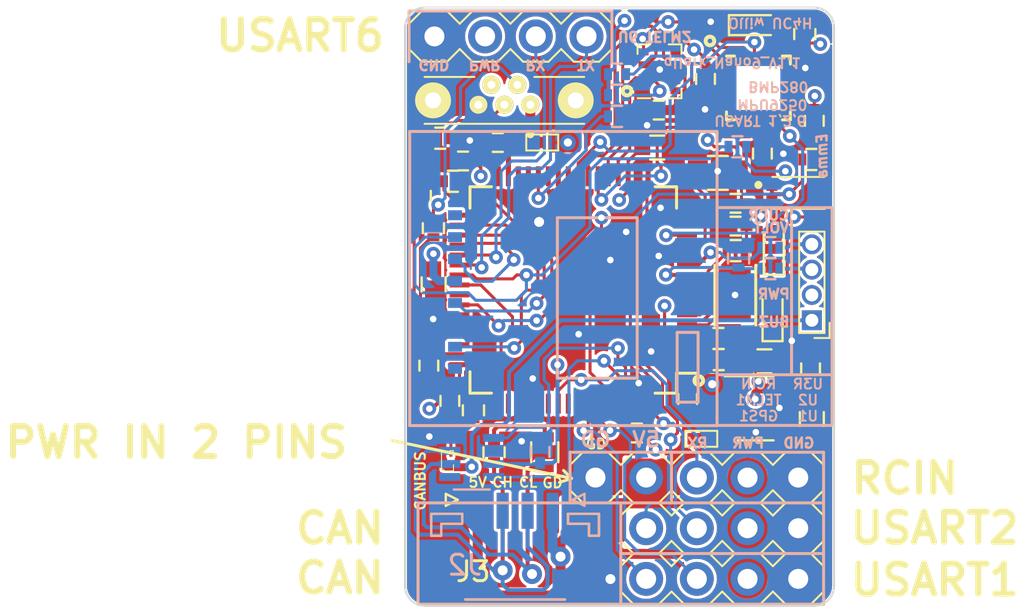
<source format=kicad_pcb>
(kicad_pcb (version 20190331) (host pcbnew "(5.1.0-467-gb7e67073e)")
  (layers (0 "F.Cu" signal) (1 "In1.Cu" signal) (2 "In2.Cu" power) (31 "B.Cu" signal) (34 "B.Paste" user hide) (35 "F.Paste" user hide) (36 "B.SilkS" user) (37 "F.SilkS" user) (38 "B.Mask" user hide) (39 "F.Mask" user hide) (44 "Edge.Cuts" user))
  (net 0 "")
  (net 1 "GND")
  (net 2 "Net-(C1-Pad1)")
  (net 3 "Net-(C2-Pad1)")
  (net 4 "VCC")
  (net 5 "BOOT1")
  (net 6 "Net-(U2-Pad52)")
  (net 7 "Net-(U2-Pad51)")
  (net 8 "Net-(U2-Pad50)")
  (net 9 "Net-(U2-Pad49)")
  (net 10 "Net-(U2-Pad46)")
  (net 11 "Net-(U2-Pad41)")
  (net 12 "Net-(U2-Pad33)")
  (net 13 "Net-(U2-Pad30)")
  (net 14 "Net-(U2-Pad29)")
  (net 15 "Net-(U2-Pad27)")
  (net 16 "Net-(U2-Pad25)")
  (net 17 "Net-(U2-Pad15)")
  (net 18 "Net-(U2-Pad9)")
  (net 19 "Net-(U2-Pad8)")
  (net 20 "NRST")
  (net 21 "Net-(U2-Pad6)")
  (net 22 "Net-(U2-Pad5)")
  (net 23 "Net-(U2-Pad4)")
  (net 24 "BLUE")
  (net 25 "RED")
  (net 26 "Net-(U1-Pad7)")
  (net 27 "SDCARD_CS")
  (net 28 "MISO1")
  (net 29 "SCK1")
  (net 30 "MOSI1")
  (net 31 "Net-(D3-Pad2)")
  (net 32 "Net-(C8-Pad1)")
  (net 33 "Net-(J1-Pad1)")
  (net 34 "Net-(J1-Pad8)")
  (net 35 "USBDP")
  (net 36 "USBDM")
  (net 37 "RX1")
  (net 38 "TX1")
  (net 39 "Net-(D2-Pad1)")
  (net 40 "BMP280_CS")
  (net 41 "Net-(D1-Pad1)")
  (net 42 "TX2")
  (net 43 "RX2")
  (net 44 "RCIN")
  (net 45 "Net-(J10-Pad4)")
  (net 46 "USBDM1")
  (net 47 "USBDP1")
  (net 48 "+5V_MIX")
  (net 49 "MOSI2")
  (net 50 "SCK2")
  (net 51 "MISO2")
  (net 52 "Net-(FB1-Pad2)")
  (net 53 "BUZZER")
  (net 54 "COIL")
  (net 55 "SERVO_PWR")
  (net 56 "CURR")
  (net 57 "VOLT")
  (net 58 "BOOT1_PD")
  (net 59 "Net-(Q1-Pad1)")
  (net 60 "VOLTO")
  (net 61 "Net-(R15-Pad1)")
  (net 62 "Net-(U2-Pad54)")
  (net 63 "Net-(U2-Pad53)")
  (net 64 "RX6")
  (net 65 "TX6")
  (net 66 "VBUS_O")
  (net 67 "VBUS")
  (net 68 "Net-(C4-Pad2)")
  (net 69 "Net-(U1-Pad21)")
  (net 70 "MPU9250_CS")
  (net 71 "INT_MPU9250")
  (net 72 "CANH")
  (net 73 "CANL")
  (net 74 "Net-(R12-Pad1)")
  (net 75 "CAN1_TX")
  (net 76 "CAN1_RX")
  (net 77 "Net-(U2-Pad57)")
  (net 78 "Net-(U2-Pad56)")
  (net 79 "Net-(U2-Pad43)")
  (net 80 "Net-(U2-Pad26)")
  (net 81 "Net-(U5-Pad5)")
  (module "Kicad Library:JST_GH_SM04B-GHS-TB_RA" (layer "F.Cu") (at 140.530801 112.739)
    (fp_text reference "J3" (at -2.1 1.45) (layer "F.SilkS"))
    (fp_text value "JST_GH_4_BRD")
    (pad "1" smd rect (at -1.875 -1.6) (size 0.6 1.8) (layers "F.Cu" "F.Paste" "F.Mask") (net 55 "SERVO_PWR"))
    (pad "2" smd rect (at -0.625 -1.6) (size 0.6 1.8) (layers "F.Cu" "F.Paste" "F.Mask") (net 72 "CANH"))
    (pad "3" smd rect (at 0.625 -1.6) (size 0.6 1.8) (layers "F.Cu" "F.Paste" "F.Mask") (net 73 "CANL"))
    (pad "4" smd rect (at 1.875 -1.6) (size 0.6 1.8) (layers "F.Cu" "F.Paste" "F.Mask") (net 1 "GND"))
    (pad "6" smd rect (at 3.6 1.6) (size 1 2.8) (layers "F.Cu" "F.Paste" "F.Mask") (net 1 "GND"))
    (pad "5" smd rect (at -3.6 1.6) (size 1 2.8) (layers "F.Cu" "F.Paste" "F.Mask") (net 1 "GND"))
  )
  (module "Kicad Library:JST_GH_SM04B-GHS-TB_RA" (layer "B.Cu") (at 140.530801 112.739 180)
    (fp_text reference "J2" (at 2.525 -1.125 180) (layer "B.SilkS") (effects (justify mirror)))
    (fp_text value "JST_GH_4_BRD")
    (pad "1" smd rect (at -1.875 1.6 180) (size 0.6 1.8) (layers "B.Cu" "B.Paste" "B.Mask") (net 55 "SERVO_PWR"))
    (pad "2" smd rect (at -0.625 1.6 180) (size 0.6 1.8) (layers "B.Cu" "B.Paste" "B.Mask") (net 72 "CANH"))
    (pad "3" smd rect (at 0.625 1.6 180) (size 0.6 1.8) (layers "B.Cu" "B.Paste" "B.Mask") (net 73 "CANL"))
    (pad "4" smd rect (at 1.875 1.6 180) (size 0.6 1.8) (layers "B.Cu" "B.Paste" "B.Mask") (net 1 "GND"))
    (pad "6" smd rect (at 3.6 -1.6 180) (size 1 2.8) (layers "B.Cu" "B.Paste" "B.Mask") (net 1 "GND"))
    (pad "5" smd rect (at -3.6 -1.6 180) (size 1 2.8) (layers "B.Cu" "B.Paste" "B.Mask") (net 1 "GND"))
  )
  (module "Kicad Library:Pin_Header_Straight_1x02_Pitch2.54mm" (layer "F.Cu") (at 144.555801 109.474 90)
    (fp_text reference "REF**")
    (fp_text value "Pin_Header_Straight_1x02_Pitch2.54mm")
    (pad "1" thru_hole rect (at 0 0 90) (size 1.7 1.7) (drill 1) (layers *.Cu *.Mask) (net 1 "GND"))
    (pad "2" thru_hole oval (at 0 2.54 90) (size 1.7 1.7) (drill 1) (layers *.Cu *.Mask) (net 55 "SERVO_PWR"))
  )
  (module "Kicad Library:Pin_Header_Straight_1x03_Pitch2.54mm" (layer "F.Cu") (at 154.715801 109.474 270)
    (fp_text reference "J5")
    (fp_text value "PIN_2.54x3_VRT")
    (pad "1" thru_hole rect (at 0 0 270) (size 1.7 1.7) (drill 1) (layers *.Cu *.Mask) (net 1 "GND"))
    (pad "2" thru_hole oval (at 0 2.54 270) (size 1.7 1.7) (drill 1) (layers *.Cu *.Mask) (net 55 "SERVO_PWR"))
    (pad "3" thru_hole oval (at 0 5.08 270) (size 1.7 1.7) (drill 1) (layers *.Cu *.Mask) (net 44 "RCIN"))
  )
  (module "Kicad Library:CONN_1.27_4" (layer "F.Cu") (at 155.3972 99.6823 180)
    (fp_text reference "J4")
    (fp_text value "CONN_1.27_4")
    (pad "4" thru_hole oval (at 0 1.905 180) (size 1 1) (drill 0.65) (layers *.Cu *.Mask) (net 56 "CURR"))
    (pad "3" thru_hole oval (at 0 0.635 180) (size 1 1) (drill 0.65) (layers *.Cu *.Mask) (net 57 "VOLT"))
    (pad "2" thru_hole oval (at 0 -0.635 180) (size 1 1) (drill 0.65) (layers *.Cu *.Mask) (net 55 "SERVO_PWR"))
    (pad "1" thru_hole rect (at 0 -1.905 180) (size 1 1) (drill 0.65) (layers *.Cu *.Mask) (net 54 "COIL"))
  )
  (module "TO_SOT_Packages_SMD:SOT-23-8" (layer "B.Cu") (at 138.355801 108.464 180)
    (fp_text reference "U5")
    (fp_text value "MAX3051")
    (pad "1" smd rect (at -1.1 0.98 180) (size 1.06 0.4) (layers "B.Cu" "B.Paste" "B.Mask") (net 75 "CAN1_TX"))
    (pad "2" smd rect (at -1.1 0.33 180) (size 1.06 0.4) (layers "B.Cu" "B.Paste" "B.Mask") (net 1 "GND"))
    (pad "3" smd rect (at -1.1 -0.33 180) (size 1.06 0.4) (layers "B.Cu" "B.Paste" "B.Mask") (net 4 "VCC"))
    (pad "4" smd rect (at -1.1 -0.98 180) (size 1.06 0.4) (layers "B.Cu" "B.Paste" "B.Mask") (net 76 "CAN1_RX"))
    (pad "5" smd rect (at 1.1 -0.98 180) (size 1.06 0.4) (layers "B.Cu" "B.Paste" "B.Mask") (net 81 "Net-(U5-Pad5)"))
    (pad "6" smd rect (at 1.1 -0.33 180) (size 1.06 0.4) (layers "B.Cu" "B.Paste" "B.Mask") (net 73 "CANL"))
    (pad "7" smd rect (at 1.1 0.33 180) (size 1.06 0.4) (layers "B.Cu" "B.Paste" "B.Mask") (net 72 "CANH"))
    (pad "8" smd rect (at 1.1 0.98 180) (size 1.06 0.4) (layers "B.Cu" "B.Paste" "B.Mask") (net 1 "GND"))
  )
  (module "Kicad Library:RES_0402" (layer "F.Cu") (at 139.475801 108.204 90)
    (fp_text reference "R13")
    (fp_text value "0402_0R")
    (pad "1" smd rect (at -0.45 0 90) (size 0.4 0.6) (layers "F.Cu" "F.Paste" "F.Mask") (net 72 "CANH"))
    (pad "2" smd rect (at 0.45 0 90) (size 0.4 0.6) (layers "F.Cu" "F.Paste" "F.Mask") (net 74 "Net-(R12-Pad1)"))
  )
  (module "Kicad Library:RES_0603" (layer "F.Cu") (at 142.015801 108.204 270)
    (fp_text reference "R12")
    (fp_text value "0603_120R")
    (pad "1" smd rect (at -0.75 0 270) (size 0.5 0.9) (layers "F.Cu" "F.Paste" "F.Mask") (net 74 "Net-(R12-Pad1)"))
    (pad "2" smd rect (at 0.75 0 270) (size 0.5 0.9) (layers "F.Cu" "F.Paste" "F.Mask") (net 73 "CANL"))
  )
  (module "Kicad Library:CAP_0402" (layer "B.Cu") (at 141.780801 108.189 90)
    (fp_text reference "C18")
    (fp_text value "0402_100nF_X5R")
    (pad "1" smd rect (at -0.55 0 90) (size 0.6 0.5) (layers "B.Cu" "B.Paste" "B.Mask") (net 4 "VCC"))
    (pad "2" smd rect (at 0.55 0 90) (size 0.6 0.5) (layers "B.Cu" "B.Paste" "B.Mask") (net 1 "GND"))
  )
  (module "Kicad Library:SDM1U20CSP-7" (layer "F.Cu") (at 142.1384 92.6719 180)
    (fp_text reference "D4")
    (fp_text value "SDM1U20CSP-7")
    (pad "2" smd rect (at 0.51998 0 270) (size 0.58 0.84) (layers "F.Cu" "F.Paste" "F.Mask") (net 67 "VBUS"))
    (pad "1" smd rect (at -0.259996 0 270) (size 0.58 0.304) (layers "F.Cu" "F.Paste" "F.Mask") (net 48 "+5V_MIX"))
  )
  (module "Kicad Library:SDM1U20CSP-7" (layer "F.Cu") (at 150.108004 107.5309 180)
    (fp_text reference "D5")
    (fp_text value "SDM1U20CSP-7")
    (pad "2" smd rect (at 0.51998 0 270) (size 0.58 0.84) (layers "F.Cu" "F.Paste" "F.Mask") (net 55 "SERVO_PWR"))
    (pad "1" smd rect (at -0.259996 0 270) (size 0.58 0.304) (layers "F.Cu" "F.Paste" "F.Mask") (net 48 "+5V_MIX"))
  )
  (module "Kicad Library:Pin_Header_Straight_1x04_Pitch2.54mm" (layer "F.Cu") (at 154.715801 112.014 270)
    (fp_text reference "J7")
    (fp_text value "PIN_2.54x4_VRT")
    (pad "1" thru_hole rect (at 0 0 270) (size 1.7 1.7) (drill 1) (layers *.Cu *.Mask) (net 1 "GND"))
    (pad "2" thru_hole oval (at 0 2.54 270) (size 1.7 1.7) (drill 1) (layers *.Cu *.Mask) (net 55 "SERVO_PWR"))
    (pad "3" thru_hole oval (at 0 5.08 270) (size 1.7 1.7) (drill 1) (layers *.Cu *.Mask) (net 43 "RX2"))
    (pad "4" thru_hole oval (at 0 7.62 270) (size 1.7 1.7) (drill 1) (layers *.Cu *.Mask) (net 42 "TX2"))
  )
  (module "Kicad Library:Pin_Header_Straight_1x04_Pitch2.54mm" (layer "F.Cu") (at 154.715801 114.554 270)
    (fp_text reference "J6")
    (fp_text value "PIN_2.54x4_VRT")
    (pad "1" thru_hole rect (at 0 0 270) (size 1.7 1.7) (drill 1) (layers *.Cu *.Mask) (net 1 "GND"))
    (pad "2" thru_hole oval (at 0 2.54 270) (size 1.7 1.7) (drill 1) (layers *.Cu *.Mask) (net 55 "SERVO_PWR"))
    (pad "3" thru_hole oval (at 0 5.08 270) (size 1.7 1.7) (drill 1) (layers *.Cu *.Mask) (net 37 "RX1"))
    (pad "4" thru_hole oval (at 0 7.62 270) (size 1.7 1.7) (drill 1) (layers *.Cu *.Mask) (net 38 "TX1"))
  )
  (module "Kicad Library:Pin_Header_Straight_1x04_Pitch2.54mm" (layer "F.Cu") (at 136.4869 87.3506 90)
    (fp_text reference "J9")
    (fp_text value "PIN_2.54x4_VRT")
    (pad "1" thru_hole rect (at 0 0 90) (size 1.7 1.7) (drill 1) (layers *.Cu *.Mask) (net 1 "GND"))
    (pad "2" thru_hole oval (at 0 2.54 90) (size 1.7 1.7) (drill 1) (layers *.Cu *.Mask) (net 55 "SERVO_PWR"))
    (pad "3" thru_hole oval (at 0 5.08 90) (size 1.7 1.7) (drill 1) (layers *.Cu *.Mask) (net 64 "RX6"))
    (pad "4" thru_hole oval (at 0 7.62 90) (size 1.7 1.7) (drill 1) (layers *.Cu *.Mask) (net 65 "TX6"))
  )
  (module "Kicad Library:CAP_0402" (layer "F.Cu") (at 150.070801 89.485201 270)
    (fp_text reference "C5")
    (fp_text value "0402_10nF_X5R")
    (pad "1" smd rect (at -0.55 0 270) (size 0.6 0.5) (layers "F.Cu" "F.Paste" "F.Mask") (net 4 "VCC"))
    (pad "2" smd rect (at 0.55 0 270) (size 0.6 0.5) (layers "F.Cu" "F.Paste" "F.Mask") (net 1 "GND"))
  )
  (module "Kicad Library:CAP_0402" (layer "F.Cu") (at 152.920801 93.2268 90)
    (fp_text reference "C4")
    (fp_text value "0402_100nF_X5R")
    (pad "1" smd rect (at -0.55 0 90) (size 0.6 0.5) (layers "F.Cu" "F.Paste" "F.Mask") (net 1 "GND"))
    (pad "2" smd rect (at 0.55 0 90) (size 0.6 0.5) (layers "F.Cu" "F.Paste" "F.Mask") (net 68 "Net-(C4-Pad2)"))
  )
  (module "Kicad Library:MPU9250" (layer "F.Cu") (at 152.720801 89.935201)
    (fp_text reference "U1")
    (fp_text value "MPU9250")
    (pad "24" smd roundrect (at -1 -1.5 90) (size 0.55 0.2) (layers "F.Cu" "F.Paste" "F.Mask") (net 30 "MOSI1"))
    (pad "23" smd roundrect (at -0.6 -1.5 90) (size 0.55 0.2) (layers "F.Cu" "F.Paste" "F.Mask") (net 29 "SCK1"))
    (pad "22" smd roundrect (at -0.2 -1.5 90) (size 0.55 0.2) (layers "F.Cu" "F.Paste" "F.Mask") (net 70 "MPU9250_CS"))
    (pad "21" smd roundrect (at 0.2 -1.5 90) (size 0.55 0.2) (layers "F.Cu" "F.Paste" "F.Mask") (net 69 "Net-(U1-Pad21)"))
    (pad "20" smd roundrect (at 0.6 -1.5 90) (size 0.55 0.2) (layers "F.Cu" "F.Paste" "F.Mask") (net 1 "GND"))
    (pad "19" smd roundrect (at 1 -1.5 90) (size 0.55 0.2) (layers "F.Cu" "F.Paste" "F.Mask"))
    (pad "18" smd roundrect (at 1.5 -1) (size 0.55 0.2) (layers "F.Cu" "F.Paste" "F.Mask") (net 1 "GND"))
    (pad "17" smd roundrect (at 1.5 -0.6) (size 0.55 0.2) (layers "F.Cu" "F.Paste" "F.Mask"))
    (pad "16" smd roundrect (at 1.5 -0.2) (size 0.55 0.2) (layers "F.Cu" "F.Paste" "F.Mask"))
    (pad "15" smd roundrect (at 1.5 0.2) (size 0.55 0.2) (layers "F.Cu" "F.Paste" "F.Mask"))
    (pad "14" smd roundrect (at 1.5 0.6) (size 0.55 0.2) (layers "F.Cu" "F.Paste" "F.Mask"))
    (pad "13" smd roundrect (at 1.5 1) (size 0.55 0.2) (layers "F.Cu" "F.Paste" "F.Mask") (net 4 "VCC"))
    (pad "12" smd roundrect (at 1 1.5 90) (size 0.55 0.2) (layers "F.Cu" "F.Paste" "F.Mask") (net 71 "INT_MPU9250"))
    (pad "11" smd roundrect (at 0.6 1.5 90) (size 0.55 0.2) (layers "F.Cu" "F.Paste" "F.Mask") (net 1 "GND"))
    (pad "10" smd roundrect (at 0.2 1.5 90) (size 0.55 0.2) (layers "F.Cu" "F.Paste" "F.Mask") (net 68 "Net-(C4-Pad2)"))
    (pad "9" smd roundrect (at -0.2 1.5 90) (size 0.55 0.2) (layers "F.Cu" "F.Paste" "F.Mask") (net 28 "MISO1"))
    (pad "8" smd roundrect (at -0.6 1.5 90) (size 0.55 0.2) (layers "F.Cu" "F.Paste" "F.Mask") (net 4 "VCC"))
    (pad "7" smd roundrect (at -1 1.5 90) (size 0.55 0.2) (layers "F.Cu" "F.Paste" "F.Mask") (net 26 "Net-(U1-Pad7)"))
    (pad "6" smd roundrect (at -1.5 1) (size 0.55 0.2) (layers "F.Cu" "F.Paste" "F.Mask"))
    (pad "5" smd roundrect (at -1.5 0.6) (size 0.55 0.2) (layers "F.Cu" "F.Paste" "F.Mask"))
    (pad "4" smd roundrect (at -1.5 0.2) (size 0.55 0.2) (layers "F.Cu" "F.Paste" "F.Mask"))
    (pad "3" smd roundrect (at -1.5 -0.2) (size 0.55 0.2) (layers "F.Cu" "F.Paste" "F.Mask"))
    (pad "2" smd roundrect (at -1.5 -0.6) (size 0.55 0.2) (layers "F.Cu" "F.Paste" "F.Mask"))
    (pad "1" smd roundrect (at -1.5 -1) (size 0.55 0.2) (layers "F.Cu" "F.Paste" "F.Mask") (net 4 "VCC"))
  )
  (module "Kicad Library:0402_2K" (layer "F.Cu") (at 136.779 92.456 180)
    (fp_text reference "R19")
    (fp_text value "0402_2K")
    (pad "1" smd rect (at -0.45 0 180) (size 0.4 0.6) (layers "F.Cu" "F.Paste" "F.Mask") (net 67 "VBUS"))
    (pad "2" smd rect (at 0.45 0 180) (size 0.4 0.6) (layers "F.Cu" "F.Paste" "F.Mask") (net 66 "VBUS_O"))
  )
  (module "Kicad Library:0402_2K" (layer "F.Cu") (at 137.414 94.615 180)
    (fp_text reference "R18")
    (fp_text value "0402_2K")
    (pad "1" smd rect (at -0.45 0 180) (size 0.4 0.6) (layers "F.Cu" "F.Paste" "F.Mask") (net 1 "GND"))
    (pad "2" smd rect (at 0.45 0 180) (size 0.4 0.6) (layers "F.Cu" "F.Paste" "F.Mask") (net 66 "VBUS_O"))
  )
  (module "Kicad Library:CAP_0402" (layer "F.Cu") (at 151.5745 96.8629 180)
    (fp_text reference "C6")
    (fp_text value "0402_100nF_X5R")
    (pad "1" smd rect (at -0.55 0 180) (size 0.6 0.5) (layers "F.Cu" "F.Paste" "F.Mask") (net 4 "VCC"))
    (pad "2" smd rect (at 0.55 0 180) (size 0.6 0.5) (layers "F.Cu" "F.Paste" "F.Mask") (net 1 "GND"))
  )
  (module "Kicad Library:EVPBB2A9B000" (layer "F.Cu") (at 154.4701 95.1992)
    (fp_text reference "S1")
    (fp_text value "EVPBB2A9B000")
    (pad "1" smd rect (at -1.075 -0.375 90) (size 0.55 0.55) (layers "F.Cu" "F.Paste" "F.Mask") (net 5 "BOOT1"))
    (pad "2" smd rect (at -1.075 0.375 90) (size 0.55 0.55) (layers "F.Cu" "F.Paste" "F.Mask") (net 5 "BOOT1"))
    (pad "3" smd rect (at 1.575 0.375 90) (size 0.55 0.55) (layers "F.Cu" "F.Paste" "F.Mask") (net 4 "VCC"))
    (pad "4" smd rect (at 1.575 -0.375 90) (size 0.55 0.55) (layers "F.Cu" "F.Paste" "F.Mask") (net 4 "VCC"))
  )
  (module "Kicad Library:WURTH_USB_VRT" (layer "F.Cu") (at 139.9921 90.8431 180)
    (fp_text reference "J10")
    (fp_text value "USB_A_VRT_WURTH" hide)
    (pad "1" thru_hole circle (at -1.3 0.065 270) (size 0.9 0.9) (drill 0.4) (layers *.Cu *.Mask "F.SilkS") (net 67 "VBUS"))
    (pad "2" thru_hole circle (at -0.65 1.065 270) (size 0.9 0.9) (drill 0.4) (layers *.Cu *.Mask "F.SilkS") (net 36 "USBDM"))
    (pad "3" thru_hole circle (at 0 0.065 270) (size 0.9 0.9) (drill 0.4) (layers *.Cu *.Mask "F.SilkS") (net 35 "USBDP"))
    (pad "4" thru_hole circle (at 0.65 1.065 270) (size 0.9 0.9) (drill 0.4) (layers *.Cu *.Mask "F.SilkS") (net 45 "Net-(J10-Pad4)"))
    (pad "5" thru_hole circle (at 1.3 0.065 270) (size 0.9 0.9) (drill 0.4) (layers *.Cu *.Mask "F.SilkS") (net 1 "GND"))
    (pad "6" thru_hole circle (at -3.575 0.285 270) (size 1.8 1.8) (drill 0.8) (layers *.Cu *.Mask "F.SilkS") (net 1 "GND"))
    (pad "7" thru_hole circle (at 3.575 0.285 270) (size 1.8 1.8) (drill 0.8) (layers *.Cu *.Mask "F.SilkS") (net 1 "GND"))
  )
  (module "Kicad Library:CAP_0402" (layer "F.Cu") (at 139.6619 92.6719 180)
    (fp_text reference "C1")
    (fp_text value "0402_2.2uF_X5R")
    (pad "2" smd rect (at 0.55 0 180) (size 0.6 0.5) (layers "F.Cu" "F.Paste" "F.Mask") (net 1 "GND"))
    (pad "1" smd rect (at -0.55 0 180) (size 0.6 0.5) (layers "F.Cu" "F.Paste" "F.Mask") (net 2 "Net-(C1-Pad1)"))
  )
  (module "Kicad Library:CAP_0402" (layer "F.Cu") (at 136.2075 103.8606 270)
    (fp_text reference "C2")
    (fp_text value "0402_2.2uF_X5R")
    (pad "2" smd rect (at 0.55 0 270) (size 0.6 0.5) (layers "F.Cu" "F.Paste" "F.Mask") (net 1 "GND"))
    (pad "1" smd rect (at -0.55 0 270) (size 0.6 0.5) (layers "F.Cu" "F.Paste" "F.Mask") (net 3 "Net-(C2-Pad1)"))
  )
  (module "Kicad Library:CAP_0402" (layer "F.Cu") (at 155.520801 91.585201 270)
    (fp_text reference "C3")
    (fp_text value "0402_100nF_X5R")
    (pad "1" smd rect (at -0.55 0 270) (size 0.6 0.5) (layers "F.Cu" "F.Paste" "F.Mask") (net 4 "VCC"))
    (pad "2" smd rect (at 0.55 0 270) (size 0.6 0.5) (layers "F.Cu" "F.Paste" "F.Mask") (net 1 "GND"))
  )
  (module "Kicad Library:STM32F405RGT6" (layer "F.Cu") (at 143.4442 100.0654 180)
    (fp_text reference "U2")
    (fp_text value "STM32F405RGT6")
    (pad "64" smd rect (at -3.75 -5.7 270) (size 1 0.25) (layers "F.Cu" "F.Paste" "F.Mask") (net 4 "VCC"))
    (pad "63" smd rect (at -3.25 -5.7 270) (size 1 0.25) (layers "F.Cu" "F.Paste" "F.Mask") (net 1 "GND"))
    (pad "62" smd rect (at -2.75 -5.7 270) (size 1 0.25) (layers "F.Cu" "F.Paste" "F.Mask") (net 75 "CAN1_TX"))
    (pad "61" smd rect (at -2.25 -5.7 270) (size 1 0.25) (layers "F.Cu" "F.Paste" "F.Mask") (net 76 "CAN1_RX"))
    (pad "60" smd rect (at -1.75 -5.7 270) (size 1 0.25) (layers "F.Cu" "F.Paste" "F.Mask") (net 5 "BOOT1"))
    (pad "59" smd rect (at -1.25 -5.7 270) (size 1 0.25) (layers "F.Cu" "F.Paste" "F.Mask") (net 37 "RX1"))
    (pad "58" smd rect (at -0.75 -5.7 270) (size 1 0.25) (layers "F.Cu" "F.Paste" "F.Mask") (net 38 "TX1"))
    (pad "57" smd rect (at -0.25 -5.7 270) (size 1 0.25) (layers "F.Cu" "F.Paste" "F.Mask") (net 77 "Net-(U2-Pad57)"))
    (pad "56" smd rect (at 0.25 -5.7 270) (size 1 0.25) (layers "F.Cu" "F.Paste" "F.Mask") (net 78 "Net-(U2-Pad56)"))
    (pad "55" smd rect (at 0.75 -5.7 270) (size 1 0.25) (layers "F.Cu" "F.Paste" "F.Mask") (net 44 "RCIN"))
    (pad "54" smd rect (at 1.25 -5.7 270) (size 1 0.25) (layers "F.Cu" "F.Paste" "F.Mask") (net 62 "Net-(U2-Pad54)"))
    (pad "53" smd rect (at 1.75 -5.7 270) (size 1 0.25) (layers "F.Cu" "F.Paste" "F.Mask") (net 63 "Net-(U2-Pad53)"))
    (pad "52" smd rect (at 2.25 -5.7 270) (size 1 0.25) (layers "F.Cu" "F.Paste" "F.Mask") (net 6 "Net-(U2-Pad52)"))
    (pad "51" smd rect (at 2.75 -5.7 270) (size 1 0.25) (layers "F.Cu" "F.Paste" "F.Mask") (net 7 "Net-(U2-Pad51)"))
    (pad "50" smd rect (at 3.25 -5.7 270) (size 1 0.25) (layers "F.Cu" "F.Paste" "F.Mask") (net 8 "Net-(U2-Pad50)"))
    (pad "49" smd rect (at 3.75 -5.7 270) (size 1 0.25) (layers "F.Cu" "F.Paste" "F.Mask") (net 9 "Net-(U2-Pad49)"))
    (pad "48" smd rect (at 5.7 -3.75 180) (size 1 0.25) (layers "F.Cu" "F.Paste" "F.Mask") (net 4 "VCC"))
    (pad "47" smd rect (at 5.7 -3.25 180) (size 1 0.25) (layers "F.Cu" "F.Paste" "F.Mask") (net 3 "Net-(C2-Pad1)"))
    (pad "46" smd rect (at 5.7 -2.75 180) (size 1 0.25) (layers "F.Cu" "F.Paste" "F.Mask") (net 10 "Net-(U2-Pad46)"))
    (pad "45" smd rect (at 5.7 -2.25 180) (size 1 0.25) (layers "F.Cu" "F.Paste" "F.Mask") (net 47 "USBDP1"))
    (pad "44" smd rect (at 5.7 -1.75 180) (size 1 0.25) (layers "F.Cu" "F.Paste" "F.Mask") (net 46 "USBDM1"))
    (pad "43" smd rect (at 5.7 -1.25 180) (size 1 0.25) (layers "F.Cu" "F.Paste" "F.Mask") (net 79 "Net-(U2-Pad43)"))
    (pad "42" smd rect (at 5.7 -0.75 180) (size 1 0.25) (layers "F.Cu" "F.Paste" "F.Mask") (net 66 "VBUS_O"))
    (pad "41" smd rect (at 5.7 -0.25 180) (size 1 0.25) (layers "F.Cu" "F.Paste" "F.Mask") (net 11 "Net-(U2-Pad41)"))
    (pad "40" smd rect (at 5.7 0.25 180) (size 1 0.25) (layers "F.Cu" "F.Paste" "F.Mask") (net 53 "BUZZER"))
    (pad "39" smd rect (at 5.7 0.75 180) (size 1 0.25) (layers "F.Cu" "F.Paste" "F.Mask") (net 27 "SDCARD_CS"))
    (pad "38" smd rect (at 5.7 1.25 180) (size 1 0.25) (layers "F.Cu" "F.Paste" "F.Mask") (net 64 "RX6"))
    (pad "37" smd rect (at 5.7 1.75 180) (size 1 0.25) (layers "F.Cu" "F.Paste" "F.Mask") (net 65 "TX6"))
    (pad "36" smd rect (at 5.7 2.25 180) (size 1 0.25) (layers "F.Cu" "F.Paste" "F.Mask") (net 49 "MOSI2"))
    (pad "35" smd rect (at 5.7 2.75 180) (size 1 0.25) (layers "F.Cu" "F.Paste" "F.Mask") (net 51 "MISO2"))
    (pad "34" smd rect (at 5.7 3.25 180) (size 1 0.25) (layers "F.Cu" "F.Paste" "F.Mask") (net 50 "SCK2"))
    (pad "33" smd rect (at 5.7 3.75 180) (size 1 0.25) (layers "F.Cu" "F.Paste" "F.Mask") (net 12 "Net-(U2-Pad33)"))
    (pad "32" smd rect (at 3.75 5.7 270) (size 1 0.25) (layers "F.Cu" "F.Paste" "F.Mask") (net 4 "VCC"))
    (pad "31" smd rect (at 3.25 5.7 270) (size 1 0.25) (layers "F.Cu" "F.Paste" "F.Mask") (net 2 "Net-(C1-Pad1)"))
    (pad "30" smd rect (at 2.75 5.7 270) (size 1 0.25) (layers "F.Cu" "F.Paste" "F.Mask") (net 13 "Net-(U2-Pad30)"))
    (pad "29" smd rect (at 2.25 5.7 270) (size 1 0.25) (layers "F.Cu" "F.Paste" "F.Mask") (net 14 "Net-(U2-Pad29)"))
    (pad "28" smd rect (at 1.75 5.7 270) (size 1 0.25) (layers "F.Cu" "F.Paste" "F.Mask") (net 58 "BOOT1_PD"))
    (pad "27" smd rect (at 1.25 5.7 270) (size 1 0.25) (layers "F.Cu" "F.Paste" "F.Mask") (net 15 "Net-(U2-Pad27)"))
    (pad "26" smd rect (at 0.75 5.7 270) (size 1 0.25) (layers "F.Cu" "F.Paste" "F.Mask") (net 80 "Net-(U2-Pad26)"))
    (pad "25" smd rect (at 0.25 5.7 270) (size 1 0.25) (layers "F.Cu" "F.Paste" "F.Mask") (net 16 "Net-(U2-Pad25)"))
    (pad "24" smd rect (at -0.25 5.7 270) (size 1 0.25) (layers "F.Cu" "F.Paste" "F.Mask") (net 70 "MPU9250_CS"))
    (pad "23" smd rect (at -0.75 5.7 270) (size 1 0.25) (layers "F.Cu" "F.Paste" "F.Mask") (net 30 "MOSI1"))
    (pad "22" smd rect (at -1.25 5.7 270) (size 1 0.25) (layers "F.Cu" "F.Paste" "F.Mask") (net 28 "MISO1"))
    (pad "21" smd rect (at -1.75 5.7 270) (size 1 0.25) (layers "F.Cu" "F.Paste" "F.Mask") (net 29 "SCK1"))
    (pad "20" smd rect (at -2.25 5.7 270) (size 1 0.25) (layers "F.Cu" "F.Paste" "F.Mask") (net 40 "BMP280_CS"))
    (pad "19" smd rect (at -2.75 5.7 270) (size 1 0.25) (layers "F.Cu" "F.Paste" "F.Mask") (net 4 "VCC"))
    (pad "18" smd rect (at -3.25 5.7 270) (size 1 0.25) (layers "F.Cu" "F.Paste" "F.Mask") (net 1 "GND"))
    (pad "17" smd rect (at -3.75 5.7 270) (size 1 0.25) (layers "F.Cu" "F.Paste" "F.Mask") (net 43 "RX2"))
    (pad "16" smd rect (at -5.7 3.75 180) (size 1 0.25) (layers "F.Cu" "F.Paste" "F.Mask") (net 42 "TX2"))
    (pad "15" smd rect (at -5.7 3.25 180) (size 1 0.25) (layers "F.Cu" "F.Paste" "F.Mask") (net 17 "Net-(U2-Pad15)"))
    (pad "14" smd rect (at -5.7 2.75 180) (size 1 0.25) (layers "F.Cu" "F.Paste" "F.Mask") (net 71 "INT_MPU9250"))
    (pad "13" smd rect (at -5.7 2.25 180) (size 1 0.25) (layers "F.Cu" "F.Paste" "F.Mask") (net 52 "Net-(FB1-Pad2)"))
    (pad "12" smd rect (at -5.7 1.75 180) (size 1 0.25) (layers "F.Cu" "F.Paste" "F.Mask") (net 1 "GND"))
    (pad "11" smd rect (at -5.7 1.25 180) (size 1 0.25) (layers "F.Cu" "F.Paste" "F.Mask") (net 61 "Net-(R15-Pad1)"))
    (pad "10" smd rect (at -5.7 0.75 180) (size 1 0.25) (layers "F.Cu" "F.Paste" "F.Mask") (net 60 "VOLTO"))
    (pad "9" smd rect (at -5.7 0.25 180) (size 1 0.25) (layers "F.Cu" "F.Paste" "F.Mask") (net 18 "Net-(U2-Pad9)"))
    (pad "8" smd rect (at -5.7 -0.25 180) (size 1 0.25) (layers "F.Cu" "F.Paste" "F.Mask") (net 19 "Net-(U2-Pad8)"))
    (pad "7" smd rect (at -5.7 -0.75 180) (size 1 0.25) (layers "F.Cu" "F.Paste" "F.Mask") (net 20 "NRST"))
    (pad "6" smd rect (at -5.7 -1.25 180) (size 1 0.25) (layers "F.Cu" "F.Paste" "F.Mask") (net 21 "Net-(U2-Pad6)"))
    (pad "5" smd rect (at -5.7 -1.75 180) (size 1 0.25) (layers "F.Cu" "F.Paste" "F.Mask") (net 22 "Net-(U2-Pad5)"))
    (pad "4" smd rect (at -5.7 -2.25 180) (size 1 0.25) (layers "F.Cu" "F.Paste" "F.Mask") (net 23 "Net-(U2-Pad4)"))
    (pad "3" smd rect (at -5.7 -2.75 180) (size 1 0.25) (layers "F.Cu" "F.Paste" "F.Mask") (net 24 "BLUE"))
    (pad "2" smd rect (at -5.7 -3.25 180) (size 1 0.25) (layers "F.Cu" "F.Paste" "F.Mask") (net 25 "RED"))
    (pad "1" smd rect (at -5.7 -3.75 180) (size 1 0.25) (layers "F.Cu" "F.Paste" "F.Mask") (net 4 "VCC"))
  )
  (module "Kicad Library:CSTCE16M0V53A-R0" (layer "F.Cu") (at 151.5364 98.575126 90)
    (fp_text reference "Y1")
    (fp_text value "CSTCE16M0V53A-R0")
    (pad "3" smd rect (at -0.649974 0 90) (size 0.4 1.6) (layers "F.Cu" "F.Paste" "F.Mask") (net 21 "Net-(U2-Pad6)"))
    (pad "2" smd rect (at -1.74993 0 90) (size 0.4 1.6) (layers "F.Cu" "F.Paste" "F.Mask") (net 1 "GND"))
    (pad "1" smd rect (at -2.85 0 90) (size 0.4 1.6) (layers "F.Cu" "F.Paste" "F.Mask") (net 22 "Net-(U2-Pad5)"))
  )
  (module "Kicad Library:RED_LED_0603" (layer "F.Cu") (at 153.4287 101.3333 90)
    (fp_text reference "D1")
    (fp_text value "Red_LED_0402")
    (pad "1" smd rect (at -0.8 0 270) (size 0.8 0.8) (layers "F.Cu" "F.Paste" "F.Mask") (net 41 "Net-(D1-Pad1)"))
    (pad "2" smd rect (at 0.8 0 270) (size 0.8 0.8) (layers "F.Cu" "F.Paste" "F.Mask") (net 4 "VCC"))
  )
  (module "Kicad Library:BLUE_LED_0603" (layer "F.Cu") (at 153.4922 98.0058 90)
    (fp_text reference "D2")
    (fp_text value "Blue_LED_0402")
    (pad "1" smd rect (at -0.8 0 270) (size 0.8 0.8) (layers "F.Cu" "F.Paste" "F.Mask") (net 39 "Net-(D2-Pad1)"))
    (pad "2" smd rect (at 0.8 0 270) (size 0.8 0.8) (layers "F.Cu" "F.Paste" "F.Mask") (net 4 "VCC"))
  )
  (module "Kicad Library:GREEN_LED_0603" (layer "F.Cu") (at 152.545801 86.785201)
    (fp_text reference "D3" hide)
    (fp_text value "Green_LED_0402")
    (pad "1" smd rect (at -0.8 0 180) (size 0.8 0.8) (layers "F.Cu" "F.Paste" "F.Mask") (net 1 "GND"))
    (pad "2" smd rect (at 0.8 0 180) (size 0.8 0.8) (layers "F.Cu" "F.Paste" "F.Mask") (net 31 "Net-(D3-Pad2)"))
  )
  (module "Kicad Library:0402_330R" (layer "F.Cu") (at 150.7308 103.5558 180)
    (fp_text reference "R2")
    (fp_text value "0402_330R")
    (pad "2" smd rect (at 0.45 0 180) (size 0.4 0.6) (layers "F.Cu" "F.Paste" "F.Mask") (net 25 "RED"))
    (pad "1" smd rect (at -0.45 0 180) (size 0.4 0.6) (layers "F.Cu" "F.Paste" "F.Mask") (net 41 "Net-(D1-Pad1)"))
  )
  (module "Kicad Library:0402_330R" (layer "F.Cu") (at 150.7181 102.5017 180)
    (fp_text reference "R3")
    (fp_text value "0402_330R")
    (pad "1" smd rect (at -0.45 0 180) (size 0.4 0.6) (layers "F.Cu" "F.Paste" "F.Mask") (net 39 "Net-(D2-Pad1)"))
    (pad "2" smd rect (at 0.45 0 180) (size 0.4 0.6) (layers "F.Cu" "F.Paste" "F.Mask") (net 24 "BLUE"))
  )
  (module "Kicad Library:0402_330R" (layer "F.Cu") (at 155.045801 87.235201 90)
    (fp_text reference "R4")
    (fp_text value "0402_330R")
    (pad "2" smd rect (at 0.45 0 90) (size 0.4 0.6) (layers "F.Cu" "F.Paste" "F.Mask") (net 31 "Net-(D3-Pad2)"))
    (pad "1" smd rect (at -0.45 0 90) (size 0.4 0.6) (layers "F.Cu" "F.Paste" "F.Mask") (net 4 "VCC"))
  )
  (module "Kicad Library:0402_10K" (layer "F.Cu") (at 151.58 98.0948 180)
    (fp_text reference "R1")
    (fp_text value "0402_10K")
    (pad "2" smd rect (at 0.45 0 180) (size 0.4 0.6) (layers "F.Cu" "F.Paste" "F.Mask") (net 20 "NRST"))
    (pad "1" smd rect (at -0.45 0 180) (size 0.4 0.6) (layers "F.Cu" "F.Paste" "F.Mask") (net 4 "VCC"))
  )
  (module "Kicad Library:CAP_0603_100nF" (layer "F.Cu") (at 155.3972 106.5403 90)
    (fp_text reference "C7")
    (fp_text value "0603_100nF_X7R")
    (pad "2" smd rect (at 0.75 0 90) (size 0.8 0.75) (layers "F.Cu" "F.Paste" "F.Mask") (net 1 "GND"))
    (pad "1" smd rect (at -0.75 0 90) (size 0.8 0.75) (layers "F.Cu" "F.Paste" "F.Mask") (net 48 "+5V_MIX"))
  )
  (module "Kicad Library:CAP_0402_10nF" (layer "F.Cu") (at 155.3337 104.0003 90)
    (fp_text reference "C8")
    (fp_text value "0402_10nF_X5R")
    (pad "2" smd rect (at 0.55 0 90) (size 0.6 0.5) (layers "F.Cu" "F.Paste" "F.Mask") (net 1 "GND"))
    (pad "1" smd rect (at -0.55 0 90) (size 0.6 0.5) (layers "F.Cu" "F.Paste" "F.Mask") (net 32 "Net-(C8-Pad1)"))
  )
  (module "Kicad Library:CAP_0603_100nF" (layer "F.Cu") (at 153.0216 103.6447)
    (fp_text reference "C9")
    (fp_text value "0603_100nF_X7R")
    (pad "1" smd rect (at -0.75 0) (size 0.8 0.75) (layers "F.Cu" "F.Paste" "F.Mask") (net 4 "VCC"))
    (pad "2" smd rect (at 0.75 0) (size 0.8 0.75) (layers "F.Cu" "F.Paste" "F.Mask") (net 1 "GND"))
  )
  (module "Kicad Library:REG113NA_3_3_250" (layer "F.Cu") (at 152.5803 105.9991)
    (fp_text reference "U3")
    (fp_text value "REG113NA-3.3_250")
    (pad "5" smd rect (at 1.1 -0.95) (size 1.06 0.65) (layers "F.Cu" "F.Paste" "F.Mask") (net 4 "VCC"))
    (pad "4" smd rect (at 1.1 0.95) (size 1.06 0.65) (layers "F.Cu" "F.Paste" "F.Mask") (net 32 "Net-(C8-Pad1)"))
    (pad "3" smd rect (at -1.1 0.95) (size 1.06 0.65) (layers "F.Cu" "F.Paste" "F.Mask") (net 48 "+5V_MIX"))
    (pad "2" smd rect (at -1.1 0) (size 1.06 0.65) (layers "F.Cu" "F.Paste" "F.Mask") (net 1 "GND"))
    (pad "1" smd rect (at -1.1 -0.95) (size 1.06 0.65) (layers "F.Cu" "F.Paste" "F.Mask") (net 48 "+5V_MIX"))
  )
  (module "Kicad Library:CAP_0402" (layer "F.Cu") (at 147.7264 91.0463 180)
    (fp_text reference "C10")
    (fp_text value "0402_100nF_X5R")
    (pad "1" smd rect (at -0.55 0 180) (size 0.6 0.5) (layers "F.Cu" "F.Paste" "F.Mask") (net 4 "VCC"))
    (pad "2" smd rect (at 0.55 0 180) (size 0.6 0.5) (layers "F.Cu" "F.Paste" "F.Mask") (net 1 "GND"))
  )
  (module "Kicad Library:BMP280_P" (layer "F.Cu") (at 147.7646 89.1003 90)
    (fp_text reference "U4")
    (fp_text value "BMP280_P")
    (pad "1" smd rect (at -0.975 -0.8 180) (size 0.5 0.35) (layers "F.Cu" "F.Paste" "F.Mask") (net 1 "GND"))
    (pad "5" smd rect (at 0.975 0.8 180) (size 0.5 0.35) (layers "F.Cu" "F.Paste" "F.Mask") (net 28 "MISO1"))
    (pad "6" smd rect (at 0.325 0.8 180) (size 0.5 0.35) (layers "F.Cu" "F.Paste" "F.Mask") (net 4 "VCC"))
    (pad "7" smd rect (at -0.325 0.8 180) (size 0.5 0.35) (layers "F.Cu" "F.Paste" "F.Mask") (net 1 "GND"))
    (pad "4" smd rect (at 0.975 -0.8 180) (size 0.5 0.35) (layers "F.Cu" "F.Paste" "F.Mask") (net 29 "SCK1"))
    (pad "3" smd rect (at 0.325 -0.8 180) (size 0.5 0.35) (layers "F.Cu" "F.Paste" "F.Mask") (net 30 "MOSI1"))
    (pad "2" smd rect (at -0.325 -0.8 180) (size 0.5 0.35) (layers "F.Cu" "F.Paste" "F.Mask") (net 40 "BMP280_CS"))
    (pad "8" smd rect (at -0.975 0.8 180) (size 0.5 0.35) (layers "F.Cu" "F.Paste" "F.Mask") (net 4 "VCC"))
  )
  (module "Kicad Library:JST_SDCARD" (layer "B.Cu") (at 143.611894 99.967706 90)
    (fp_text reference "J1")
    (fp_text value "SD_CARD_JST")
    (pad "1" smd rect (at 3.649454 -6.09001 90) (size 0.5 0.7) (layers "B.Cu" "B.Paste" "B.Mask") (net 33 "Net-(J1-Pad1)"))
    (pad "2" smd rect (at 2.549498 -6.09001 90) (size 0.5 0.7) (layers "B.Cu" "B.Paste" "B.Mask") (net 27 "SDCARD_CS"))
    (pad "3" smd rect (at 1.449542 -6.09001 90) (size 0.5 0.7) (layers "B.Cu" "B.Paste" "B.Mask") (net 49 "MOSI2"))
    (pad "4" smd rect (at 0.349586 -6.09001 90) (size 0.5 0.7) (layers "B.Cu" "B.Paste" "B.Mask") (net 4 "VCC"))
    (pad "5" smd rect (at -0.75037 -6.09001 90) (size 0.5 0.7) (layers "B.Cu" "B.Paste" "B.Mask") (net 50 "SCK2"))
    (pad "6" smd rect (at -1.850326 -6.09001 90) (size 0.5 0.7) (layers "B.Cu" "B.Paste" "B.Mask") (net 1 "GND"))
    (pad "7" smd rect (at -2.950282 -6.09001 90) (size 0.5 0.7) (layers "B.Cu" "B.Paste" "B.Mask") (net 51 "MISO2"))
    (pad "8" smd rect (at -4.050238 -6.09001 90) (size 0.5 0.7) (layers "B.Cu" "B.Paste" "B.Mask") (net 34 "Net-(J1-Pad8)"))
    (pad "9" smd rect (at -5.150194 -6.489994 90) (size 0.8 1.1) (layers "B.Cu" "B.Paste" "B.Mask") (net 1 "GND"))
    (pad "10" smd rect (at -6.150154 -4.240084 90) (size 0.5 1) (layers "B.Cu" "B.Paste" "B.Mask") (net 1 "GND"))
    (pad "11" smd rect (at -6.400144 -2.390158 90) (size 0.5 1.4) (layers "B.Cu" "B.Paste" "B.Mask") (net 1 "GND"))
    (pad "12" smd rect (at -6.400144 2.209658 90) (size 0.5 1.4) (layers "B.Cu" "B.Paste" "B.Mask") (net 1 "GND"))
    (pad "13" smd rect (at -5.950162 6.58628 90) (size 1.15 0.65) (layers "B.Cu" "B.Paste" "B.Mask") (net 1 "GND"))
    (pad "14" smd rect (at -0.699693 6.60899 90) (size 1.2 0.6) (layers "B.Cu" "B.Paste" "B.Mask") (net 1 "GND"))
    (pad "15" smd rect (at 3.650133 6.609482 90) (size 1.2 0.6) (layers "B.Cu" "B.Paste" "B.Mask") (net 1 "GND"))
    (pad "16" smd rect (at 7.349985 3.40961 90) (size 0.5 1.4) (layers "B.Cu" "B.Paste" "B.Mask") (net 1 "GND"))
    (pad "17" smd rect (at 7.349985 -2.590642 90) (size 0.5 1.4) (layers "B.Cu" "B.Paste" "B.Mask") (net 1 "GND"))
    (pad "18" smd rect (at 6.627087 -7.63872 90) (size 1.7 1) (layers "B.Cu" "B.Paste" "B.Mask") (net 1 "GND"))
  )
  (module "Kicad Library:0402_10K" (layer "F.Cu") (at 155.3718 93.5228)
    (fp_text reference "R5")
    (fp_text value "0402_10K")
    (pad "2" smd rect (at 0.45 0) (size 0.4 0.6) (layers "F.Cu" "F.Paste" "F.Mask") (net 1 "GND"))
    (pad "1" smd rect (at -0.45 0) (size 0.4 0.6) (layers "F.Cu" "F.Paste" "F.Mask") (net 5 "BOOT1"))
  )
  (module "Kicad Library:0402_22R" (layer "F.Cu") (at 135.7757 95.3461 90)
    (fp_text reference "R6")
    (fp_text value "0402_22R")
    (pad "2" smd rect (at 0.45 0 90) (size 0.4 0.6) (layers "F.Cu" "F.Paste" "F.Mask") (net 35 "USBDP"))
    (pad "1" smd rect (at -0.45 0 90) (size 0.4 0.6) (layers "F.Cu" "F.Paste" "F.Mask") (net 47 "USBDP1"))
  )
  (module "Kicad Library:0402_22R" (layer "F.Cu") (at 136.4361 96.97 90)
    (fp_text reference "R7")
    (fp_text value "0402_22R")
    (pad "1" smd rect (at -0.45 0 90) (size 0.4 0.6) (layers "F.Cu" "F.Paste" "F.Mask") (net 46 "USBDM1"))
    (pad "2" smd rect (at 0.45 0 90) (size 0.4 0.6) (layers "F.Cu" "F.Paste" "F.Mask") (net 36 "USBDM"))
  )
  (module "Kicad Library:CAP_0603" (layer "F.Cu") (at 147.6495 92.9259)
    (fp_text reference "C12")
    (fp_text value "0603_4.7uF_X5R")
    (pad "1" smd rect (at -0.75 0) (size 0.8 0.75) (layers "F.Cu" "F.Paste" "F.Mask") (net 4 "VCC"))
    (pad "2" smd rect (at 0.75 0) (size 0.8 0.75) (layers "F.Cu" "F.Paste" "F.Mask") (net 1 "GND"))
  )
  (module "Kicad Library:CAP_0402" (layer "F.Cu") (at 146.6303 107.2388 180)
    (fp_text reference "C13")
    (fp_text value "0402_100nF_X7R")
    (pad "2" smd rect (at 0.55 0 180) (size 0.6 0.5) (layers "F.Cu" "F.Paste" "F.Mask") (net 1 "GND"))
    (pad "1" smd rect (at -0.55 0 180) (size 0.6 0.5) (layers "F.Cu" "F.Paste" "F.Mask") (net 4 "VCC"))
  )
  (module "Kicad Library:CAP_0402" (layer "F.Cu") (at 137.2616 105.6298 270)
    (fp_text reference "C14")
    (fp_text value "0402_100nF_X7R")
    (pad "1" smd rect (at -0.55 0 270) (size 0.6 0.5) (layers "F.Cu" "F.Paste" "F.Mask") (net 4 "VCC"))
    (pad "2" smd rect (at 0.55 0 270) (size 0.6 0.5) (layers "F.Cu" "F.Paste" "F.Mask") (net 1 "GND"))
  )
  (module "Kicad Library:CAP_0402" (layer "F.Cu") (at 137.922 93.599 180)
    (fp_text reference "C15")
    (fp_text value "0402_100nF_X7R")
    (pad "2" smd rect (at 0.55 0 180) (size 0.6 0.5) (layers "F.Cu" "F.Paste" "F.Mask") (net 1 "GND"))
    (pad "1" smd rect (at -0.55 0 180) (size 0.6 0.5) (layers "F.Cu" "F.Paste" "F.Mask") (net 4 "VCC"))
  )
  (module "Kicad Library:CAP_0402" (layer "F.Cu") (at 149.1742 105.5282 270)
    (fp_text reference "C16")
    (fp_text value "0402_100nF_X7R")
    (pad "1" smd rect (at -0.55 0 270) (size 0.6 0.5) (layers "F.Cu" "F.Paste" "F.Mask") (net 4 "VCC"))
    (pad "2" smd rect (at 0.55 0 270) (size 0.6 0.5) (layers "F.Cu" "F.Paste" "F.Mask") (net 1 "GND"))
  )
  (module "Kicad Library:CAP_0603" (layer "F.Cu") (at 136.4488 99.7846 270)
    (fp_text reference "C11")
    (fp_text value "0603_4.7uF_X5R")
    (pad "1" smd rect (at -0.75 0 270) (size 0.8 0.75) (layers "F.Cu" "F.Paste" "F.Mask") (net 4 "VCC"))
    (pad "2" smd rect (at 0.75 0 270) (size 0.8 0.75) (layers "F.Cu" "F.Paste" "F.Mask") (net 1 "GND"))
  )
  (module "Kicad Library:CAP_0402" (layer "F.Cu") (at 151.5745 95.7199)
    (fp_text reference "C17")
    (fp_text value "0402_100nF_X7R")
    (pad "2" smd rect (at 0.55 0) (size 0.6 0.5) (layers "F.Cu" "F.Paste" "F.Mask") (net 4 "VCC"))
    (pad "1" smd rect (at -0.55 0) (size 0.6 0.5) (layers "F.Cu" "F.Paste" "F.Mask") (net 1 "GND"))
  )
  (module "Kicad Library:FERRITE_0805" (layer "F.Cu") (at 150.6855 94.1959 180)
    (fp_text reference "FB1")
    (fp_text value "Ferrite_Bead_0805_Wurth")
    (pad "2" smd rect (at 1 0 180) (size 1 1.25) (layers "F.Cu" "F.Paste" "F.Mask") (net 52 "Net-(FB1-Pad2)"))
    (pad "1" smd rect (at -1 0 180) (size 1 1.25) (layers "F.Cu" "F.Paste" "F.Mask") (net 4 "VCC"))
  )
  (module "Kicad Library:NFET_CSD13383F4" (layer "F.Cu") (at 137.112084 108.405555 270)
    (fp_text reference "Q1")
    (fp_text value "NFET_CSD13383F4_MICRO")
    (pad "3" smd rect (at 0.55 -0.029992 270) (size 0.25 0.5) (layers "F.Cu" "F.Paste" "F.Mask") (net 54 "COIL"))
    (pad "2" smd rect (at -0.099996 0.149994 90) (size 0.25 0.15) (layers "F.Cu" "F.Paste" "F.Mask") (net 1 "GND"))
    (pad "1" smd rect (at -0.1 -0.199992 270) (size 0.25 0.15) (layers "F.Cu" "F.Paste" "F.Mask") (net 59 "Net-(Q1-Pad1)"))
  )
  (module "Kicad Library:0402_10K" (layer "B.Cu") (at 145.6381 91.3638)
    (fp_text reference "R8")
    (fp_text value "0402_10K")
    (pad "2" smd rect (at 0.45 0) (size 0.4 0.6) (layers "B.Cu" "B.Paste" "B.Mask") (net 1 "GND"))
    (pad "1" smd rect (at -0.45 0) (size 0.4 0.6) (layers "B.Cu" "B.Paste" "B.Mask") (net 58 "BOOT1_PD"))
  )
  (module "Kicad Library:0402_10K" (layer "B.Cu") (at 145.6364 90.297 180)
    (fp_text reference "R9")
    (fp_text value "0402_10K")
    (pad "1" smd rect (at -0.45 0 180) (size 0.4 0.6) (layers "B.Cu" "B.Paste" "B.Mask") (net 40 "BMP280_CS"))
    (pad "2" smd rect (at 0.45 0 180) (size 0.4 0.6) (layers "B.Cu" "B.Paste" "B.Mask") (net 4 "VCC"))
  )
  (module "Kicad Library:0402_10K" (layer "B.Cu") (at 151.670801 92.885201 180)
    (fp_text reference "R10")
    (fp_text value "0402_10K")
    (pad "2" smd rect (at 0.45 0 180) (size 0.4 0.6) (layers "B.Cu" "B.Paste" "B.Mask") (net 27 "SDCARD_CS"))
    (pad "1" smd rect (at -0.45 0 180) (size 0.4 0.6) (layers "B.Cu" "B.Paste" "B.Mask") (net 4 "VCC"))
  )
  (module "Kicad Library:0402_10K" (layer "B.Cu") (at 145.6381 89.2429 180)
    (fp_text reference "R11")
    (fp_text value "0402_10K")
    (pad "2" smd rect (at 0.45 0 180) (size 0.4 0.6) (layers "B.Cu" "B.Paste" "B.Mask") (net 4 "VCC"))
    (pad "1" smd rect (at -0.45 0 180) (size 0.4 0.6) (layers "B.Cu" "B.Paste" "B.Mask") (net 70 "MPU9250_CS"))
  )
  (module "Kicad Library:0402_1K1" (layer "B.Cu") (at 151.7269 98.4885 90)
    (fp_text reference "R14")
    (fp_text value "0402_1K1")
    (pad "2" smd rect (at 0.45 0 90) (size 0.4 0.6) (layers "B.Cu" "B.Paste" "B.Mask") (net 1 "GND"))
    (pad "1" smd rect (at -0.45 0 90) (size 0.4 0.6) (layers "B.Cu" "B.Paste" "B.Mask") (net 60 "VOLTO"))
  )
  (module "Kicad Library:0402_1K" (layer "B.Cu") (at 153.3216 97.9424)
    (fp_text reference "R15")
    (fp_text value "0402_1K")
    (pad "2" smd rect (at 0.45 0) (size 0.4 0.6) (layers "B.Cu" "B.Paste" "B.Mask") (net 56 "CURR"))
    (pad "1" smd rect (at -0.45 0) (size 0.4 0.6) (layers "B.Cu" "B.Paste" "B.Mask") (net 61 "Net-(R15-Pad1)"))
  )
  (module "Kicad Library:0402_9K1" (layer "B.Cu") (at 153.3216 98.9965)
    (fp_text reference "R16")
    (fp_text value "0402_9K1")
    (pad "2" smd rect (at 0.45 0) (size 0.4 0.6) (layers "B.Cu" "B.Paste" "B.Mask") (net 57 "VOLT"))
    (pad "1" smd rect (at -0.45 0) (size 0.4 0.6) (layers "B.Cu" "B.Paste" "B.Mask") (net 60 "VOLTO"))
  )
  (module "Kicad Library:0402_2K" (layer "F.Cu") (at 138.4427 106.1013 90)
    (fp_text reference "R17")
    (fp_text value "0402_2K")
    (pad "2" smd rect (at 0.45 0 90) (size 0.4 0.6) (layers "F.Cu" "F.Paste" "F.Mask") (net 53 "BUZZER"))
    (pad "1" smd rect (at -0.45 0 90) (size 0.4 0.6) (layers "F.Cu" "F.Paste" "F.Mask") (net 59 "Net-(Q1-Pad1)"))
  )
  (gr_text "GD" (at 144.580801 107.789) (layer "F.SilkS") (effects (font (size 0.5 0.5) (thickness 0.1))))
  (gr_line (start 143.355801 109.514) (end 142.755801 109.714) (layer "F.SilkS") (width 0.15))
  (gr_line (start 143.355801 109.514) (end 142.955801 109.114) (layer "F.SilkS") (width 0.15))
  (gr_line (start 134.355801 107.614) (end 143.355801 109.514) (layer "F.SilkS") (width 0.15))
  (gr_text "PWR IN 2 PINS" (at 123.555801 107.714) (layer "F.SilkS") (effects (font (size 1.5 1.5) (thickness 0.3))))
  (gr_text "USART6" (at 129.755801 87.314) (layer "F.SilkS") (effects (font (size 1.5 1.5) (thickness 0.3))))
  (gr_text "CAN" (at 131.755801 114.514) (layer "F.SilkS") (effects (font (size 1.5 1.5) (thickness 0.3))))
  (gr_text "CAN" (at 131.755801 112.014) (layer "F.SilkS") (effects (font (size 1.5 1.5) (thickness 0.3))))
  (gr_text "USART1" (at 161.555801 114.614) (layer "F.SilkS") (effects (font (size 1.5 1.5) (thickness 0.3))))
  (gr_text "USART2" (at 161.555801 112.014) (layer "F.SilkS") (effects (font (size 1.5 1.5) (thickness 0.3))))
  (gr_text "RCIN" (at 160.055801 109.514) (layer "F.SilkS") (effects (font (size 1.5 1.5) (thickness 0.3))))
  (gr_line (start 135.665801 115.824) (end 145.825801 115.824) (layer "B.SilkS") (width 0.15))
  (gr_line (start 135.665801 110.744) (end 135.665801 115.824) (layer "B.SilkS") (width 0.15))
  (gr_line (start 143.285801 110.744) (end 135.665801 110.744) (layer "B.SilkS") (width 0.15))
  (gr_line (start 155.985801 113.284) (end 145.825801 113.284) (layer "B.SilkS") (width 0.15))
  (gr_line (start 148.365801 110.744) (end 155.985801 110.744) (layer "B.SilkS") (width 0.15))
  (gr_text "5V" (at 147.095801 107.569) (layer "B.SilkS") (effects (font (size 0.75 0.75)) (justify mirror)))
  (gr_text "GD" (at 144.555801 107.569) (layer "B.SilkS") (effects (font (size 0.75 0.75)) (justify mirror)))
  (gr_line (start 143.285801 110.744) (end 145.825801 110.744) (layer "B.SilkS") (width 0.15))
  (gr_line (start 143.285801 108.204) (end 143.285801 110.744) (layer "B.SilkS") (width 0.15))
  (gr_line (start 148.365801 108.204) (end 143.285801 108.204) (layer "B.SilkS") (width 0.15))
  (gr_line (start 145.825801 115.824) (end 155.985801 115.824) (layer "B.SilkS") (width 0.15))
  (gr_line (start 145.825801 110.744) (end 145.825801 115.824) (layer "B.SilkS") (width 0.15))
  (gr_line (start 148.365801 110.744) (end 145.825801 110.744) (layer "B.SilkS") (width 0.15))
  (gr_line (start 148.365801 108.204) (end 148.365801 110.744) (layer "B.SilkS") (width 0.15))
  (gr_line (start 155.985801 108.204) (end 148.365801 108.204) (layer "B.SilkS") (width 0.15))
  (gr_text "CANBUS" (at 135.780801 109.639 90) (layer "F.SilkS") (effects (font (size 0.5 0.5) (thickness 0.1))))
  (gr_text "GD" (at 142.405801 109.739) (layer "F.SilkS") (effects (font (size 0.5 0.5) (thickness 0.1))))
  (gr_text "5V" (at 138.655801 109.714) (layer "F.SilkS") (effects (font (size 0.5 0.5) (thickness 0.1))))
  (gr_text "CL" (at 141.180801 109.714) (layer "F.SilkS") (effects (font (size 0.5 0.5) (thickness 0.1))))
  (gr_text "CH" (at 139.905801 109.714) (layer "F.SilkS") (effects (font (size 0.5 0.5) (thickness 0.1))))
  (gr_text "Olliw UC4H" (at 153.315801 86.674 180) (layer "B.SilkS") (effects (font (size 0.5 0.5) (thickness 0.1)) (justify mirror)))
  (gr_line (start 155.85411 85.965865) (end 155.685729 85.920757) (layer "Edge.Cuts") (width 0.1))
  (gr_line (start 156.378096 86.405547) (end 156.278132 86.262763) (layer "Edge.Cuts") (width 0.1))
  (gr_line (start 135.67005 85.965865) (end 135.512084 86.039527) (layer "Edge.Cuts") (width 0.1))
  (gr_line (start 156.451777 115.247577) (end 156.496886 115.079196) (layer "Edge.Cuts") (width 0.1))
  (gr_line (start 156.512088 114.905551) (end 156.512088 114.625551) (layer "Edge.Cuts") (width 0.1))
  (gr_line (start 156.512088 114.625551) (end 156.512088 86.905559) (layer "Edge.Cuts") (width 0.1))
  (gr_line (start 135.146064 86.405547) (end 135.072383 86.563533) (layer "Edge.Cuts") (width 0.1))
  (gr_line (start 135.072383 86.563533) (end 135.027274 86.731914) (layer "Edge.Cuts") (width 0.1))
  (gr_line (start 155.317083 115.905555) (end 155.512084 115.905555) (layer "Edge.Cuts") (width 0.1))
  (gr_line (start 135.3693 86.13951) (end 135.246028 86.262763) (layer "Edge.Cuts") (width 0.1))
  (gr_line (start 156.451777 86.563533) (end 156.378096 86.405547) (layer "Edge.Cuts") (width 0.1))
  (gr_line (start 136.012076 85.905555) (end 135.838431 85.920757) (layer "Edge.Cuts") (width 0.1))
  (gr_line (start 155.512084 115.905555) (end 155.685729 115.890353) (layer "Edge.Cuts") (width 0.1))
  (gr_line (start 156.15486 86.13951) (end 156.012076 86.039527) (layer "Edge.Cuts") (width 0.1))
  (gr_line (start 156.512088 86.905559) (end 156.496886 86.731914) (layer "Edge.Cuts") (width 0.1))
  (gr_line (start 156.012076 115.771583) (end 156.15486 115.6716) (layer "Edge.Cuts") (width 0.1))
  (gr_line (start 156.012076 86.039527) (end 155.85411 85.965865) (layer "Edge.Cuts") (width 0.1))
  (gr_line (start 135.012072 87.185559) (end 135.012072 114.905551) (layer "Edge.Cuts") (width 0.1))
  (gr_line (start 135.246028 86.262763) (end 135.146064 86.405547) (layer "Edge.Cuts") (width 0.1))
  (gr_line (start 156.496886 115.079196) (end 156.512088 114.905551) (layer "Edge.Cuts") (width 0.1))
  (gr_line (start 135.246028 115.548347) (end 135.3693 115.6716) (layer "Edge.Cuts") (width 0.1))
  (gr_line (start 156.15486 115.6716) (end 156.278132 115.548347) (layer "Edge.Cuts") (width 0.1))
  (gr_line (start 135.3693 115.6716) (end 135.512084 115.771583) (layer "Edge.Cuts") (width 0.1))
  (gr_line (start 135.838431 85.920757) (end 135.67005 85.965865) (layer "Edge.Cuts") (width 0.1))
  (gr_line (start 135.027274 86.731914) (end 135.012072 86.905559) (layer "Edge.Cuts") (width 0.1))
  (gr_line (start 135.67005 115.845245) (end 135.838431 115.890353) (layer "Edge.Cuts") (width 0.1))
  (gr_line (start 155.685729 85.920757) (end 155.512084 85.905555) (layer "Edge.Cuts") (width 0.1))
  (gr_line (start 135.027274 115.079196) (end 135.072383 115.247577) (layer "Edge.Cuts") (width 0.1))
  (gr_line (start 156.278132 86.262763) (end 156.15486 86.13951) (layer "Edge.Cuts") (width 0.1))
  (gr_line (start 135.838431 115.890353) (end 136.012076 115.905555) (layer "Edge.Cuts") (width 0.1))
  (gr_line (start 135.512084 115.771583) (end 135.67005 115.845245) (layer "Edge.Cuts") (width 0.1))
  (gr_line (start 155.512084 85.905555) (end 136.207077 85.905555) (layer "Edge.Cuts") (width 0.1))
  (gr_line (start 135.072383 115.247577) (end 135.146064 115.405563) (layer "Edge.Cuts") (width 0.1))
  (gr_line (start 136.207077 85.905555) (end 136.012076 85.905555) (layer "Edge.Cuts") (width 0.1))
  (gr_line (start 135.146064 115.405563) (end 135.246028 115.548347) (layer "Edge.Cuts") (width 0.1))
  (gr_line (start 156.496886 86.731914) (end 156.451777 86.563533) (layer "Edge.Cuts") (width 0.1))
  (gr_line (start 155.85411 115.845245) (end 156.012076 115.771583) (layer "Edge.Cuts") (width 0.1))
  (gr_line (start 156.378096 115.405563) (end 156.451777 115.247577) (layer "Edge.Cuts") (width 0.1))
  (gr_line (start 135.012072 86.905559) (end 135.012072 87.185559) (layer "Edge.Cuts") (width 0.1))
  (gr_line (start 135.512084 86.039527) (end 135.3693 86.13951) (layer "Edge.Cuts") (width 0.1))
  (gr_line (start 156.278132 115.548347) (end 156.378096 115.405563) (layer "Edge.Cuts") (width 0.1))
  (gr_line (start 135.012224 114.907288) (end 135.027274 115.079196) (layer "Edge.Cuts") (width 0.1))
  (gr_line (start 155.685729 115.890353) (end 155.85411 115.845245) (layer "Edge.Cuts") (width 0.1))
  (gr_line (start 136.012076 115.905555) (end 155.317083 115.905555) (layer "Edge.Cuts") (width 0.1))
  (gr_line (start 156.4132 104.3178) (end 156.4132 106.8578) (layer "B.SilkS") (width 0.15))
  (gr_line (start 150.6347 106.8578) (end 156.4132 106.8578) (layer "B.SilkS") (width 0.15))
  (gr_text "RCIN\nTELM1\nGPS1" (at 152.7302 105.5878) (layer "B.SilkS") (effects (font (size 0.5 0.5) (thickness 0.1)) (justify mirror)))
  (gr_text "U6 TELM2" (at 147.5232 87.3506 180) (layer "B.SilkS") (effects (font (size 0.5 0.5) (thickness 0.125)) (justify mirror)))
  (gr_text "U3R\nU2\nU1" (at 155.2067 105.5878) (layer "B.SilkS") (effects (font (size 0.5 0.5) (thickness 0.1)) (justify mirror)))
  (gr_text "USART 1,2,6" (at 152.815801 91.574 180) (layer "B.SilkS") (effects (font (size 0.5 0.5) (thickness 0.1)) (justify mirror)))
  (gr_text "MPU9250" (at 153.415801 90.774 180) (layer "B.SilkS") (effects (font (size 0.5 0.5) (thickness 0.1)) (justify mirror)))
  (gr_text "BMP280" (at 153.715801 89.874 180) (layer "B.SilkS") (effects (font (size 0.5 0.5) (thickness 0.1)) (justify mirror)))
  (gr_line (start 154.3812 104.3178) (end 150.6982 104.3178) (layer "B.SilkS") (width 0.15))
  (gr_line (start 154.3812 95.9358) (end 150.6982 95.9358) (layer "B.SilkS") (width 0.15))
  (gr_line (start 156.4132 95.9358) (end 156.4132 104.3178) (layer "B.SilkS") (width 0.15))
  (gr_line (start 154.3812 95.9358) (end 156.4132 95.9358) (layer "B.SilkS") (width 0.15))
  (gr_line (start 154.3812 104.3178) (end 154.3812 95.9358) (layer "B.SilkS") (width 0.15))
  (gr_line (start 156.4132 104.3178) (end 154.3812 104.3178) (layer "B.SilkS") (width 0.15))
  (gr_line (start 155.985801 108.204) (end 155.985801 115.824) (layer "B.SilkS") (width 0.15))
  (gr_line (start 145.3769 86.0806) (end 145.3769 88.6206) (layer "B.SilkS") (width 0.15))
  (gr_line (start 135.2169 86.0806) (end 145.3769 86.0806) (layer "B.SilkS") (width 0.15))
  (gr_line (start 135.2169 86.0806) (end 135.2169 88.6206) (layer "B.SilkS") (width 0.15))
  (gr_text "GND" (at 136.4615 88.773 180) (layer "B.SilkS") (effects (font (size 0.5 0.5) (thickness 0.125)) (justify mirror)))
  (gr_text "PWR" (at 139.0015 88.773 180) (layer "B.SilkS") (effects (font (size 0.5 0.5) (thickness 0.125)) (justify mirror)))
  (gr_text "RX" (at 141.5415 88.773 180) (layer "B.SilkS") (effects (font (size 0.5 0.5) (thickness 0.125)) (justify mirror)))
  (gr_text "TX" (at 144.0815 88.773 180) (layer "B.SilkS") (effects (font (size 0.5 0.5) (thickness 0.125)) (justify mirror)))
  (gr_text "GND" (at 154.7495 107.7468) (layer "B.SilkS") (effects (font (size 0.5 0.5) (thickness 0.125)) (justify mirror)))
  (gr_text "PWR" (at 152.2095 107.7468) (layer "B.SilkS") (effects (font (size 0.5 0.5) (thickness 0.125)) (justify mirror)))
  (gr_text "RX" (at 149.6695 107.7468) (layer "B.SilkS") (effects (font (size 0.5 0.5) (thickness 0.125)) (justify mirror)))
  (gr_text "PWR" (at 153.4922 100.274) (layer "B.SilkS") (effects (font (size 0.5 0.5) (thickness 0.125)) (justify mirror)))
  (gr_text "VOLT" (at 153.3652 96.9518) (layer "B.SilkS") (effects (font (size 0.5 0.5) (thickness 0.125)) (justify mirror)))
  (gr_text "CURR" (at 153.2382 96.3168) (layer "B.SilkS") (effects (font (size 0.5 0.5) (thickness 0.125)) (justify mirror)))
  (gr_text "BUZ" (at 153.515801 101.674) (layer "B.SilkS") (effects (font (size 0.5 0.5) (thickness 0.125)) (justify mirror)))
  (gr_text "Emma" (at 155.9052 93.3323 90) (layer "B.SilkS") (effects (font (size 0.5 0.5) (thickness 0.125) italic) (justify mirror)))
  (gr_text "qUark_Nano9_V1.1" (at 151.415801 88.674 180) (layer "B.SilkS") (effects (font (size 0.5 0.5) (thickness 0.1)) (justify mirror)))
  (gr_circle (center 149.733 104.6099) (end 149.9489 104.6226) (layer "F.SilkS") (width 0.2))
  (gr_circle (center 146.138527 90.093427) (end 146.354427 90.106127) (layer "F.SilkS") (width 0.2))
  (gr_circle (center 150.2918 87.5792) (end 150.5077 87.5919) (layer "F.SilkS") (width 0.2))
  (via (at 145.305801 114.564) (size 1) (drill 0.5) (layers "F.Cu" "B.Cu") (net 1))
  (via (at 140.855801 107.654) (size 0.6858) (drill 0.3302) (layers "F.Cu" "B.Cu") (net 1))
  (segment (start 138.361851 92.6719) (end 138.260252 92.570301) (width 0.1524) (layer "F.Cu") (net 1))
  (via (at 138.260252 92.570301) (size 0.6858) (drill 0.3302) (layers "F.Cu" "B.Cu") (net 1))
  (segment (start 139.1119 92.6719) (end 138.361851 92.6719) (width 0.1524) (layer "F.Cu") (net 1))
  (via (at 146.7231 104.7369) (size 0.6858) (drill 0.3302) (layers "F.Cu" "B.Cu") (net 1))
  (segment (start 146.6942 104.7658) (end 146.7231 104.7369) (width 0.1524) (layer "F.Cu") (net 1))
  (segment (start 146.6942 105.7654) (end 146.6942 104.7658) (width 0.1524) (layer "F.Cu") (net 1))
  (via (at 151.5491 100.3173) (size 0.6858) (drill 0.3302) (layers "F.Cu" "B.Cu") (net 1))
  (segment (start 146.0881 91.4638) (end 146.0881 91.3638) (width 0.1524) (layer "B.Cu") (net 1))
  (segment (start 147.7264 98.3615) (end 148.069299 98.018601) (width 0.1524) (layer "B.Cu") (net 1))
  (segment (start 148.069299 98.018601) (end 148.310599 98.018601) (width 0.1524) (layer "B.Cu") (net 1))
  (segment (start 148.310599 98.018601) (end 148.7805 97.5487) (width 0.1524) (layer "B.Cu") (net 1))
  (segment (start 151.2745 98.0385) (end 151.7269 98.0385) (width 0.1524) (layer "B.Cu") (net 1))
  (segment (start 148.7805 97.5487) (end 150.7847 97.5487) (width 0.1524) (layer "B.Cu") (net 1))
  (segment (start 150.7847 97.5487) (end 151.2745 98.0385) (width 0.1524) (layer "B.Cu") (net 1))
  (segment (start 153.320801 91.810201) (end 153.545801 92.035201) (width 0.1524) (layer "F.Cu") (net 1))
  (segment (start 153.320801 91.435201) (end 153.320801 91.810201) (width 0.1524) (layer "F.Cu") (net 1))
  (segment (start 153.545801 92.810201) (end 153.970801 93.235201) (width 0.1524) (layer "F.Cu") (net 1))
  (segment (start 153.545801 92.035201) (end 153.545801 92.810201) (width 0.1524) (layer "F.Cu") (net 1))
  (segment (start 154.220801 88.935201) (end 155.070801 88.935201) (width 0.1524) (layer "F.Cu") (net 1))
  (segment (start 151.0245 95.7199) (end 151.0245 96.8629) (width 0.1524) (layer "F.Cu") (net 1))
  (segment (start 150.680812 94.973812) (end 150.680812 94.108603) (width 0.1524) (layer "F.Cu") (net 1))
  (segment (start 151.0245 95.3175) (end 150.680812 94.973812) (width 0.1524) (layer "F.Cu") (net 1))
  (segment (start 151.0245 95.7199) (end 151.0245 95.3175) (width 0.1524) (layer "F.Cu") (net 1))
  (segment (start 147.1422 91.0805) (end 147.1764 91.0463) (width 0.1524) (layer "F.Cu") (net 1))
  (segment (start 147.1422 91.8083) (end 147.1422 91.0805) (width 0.1524) (layer "F.Cu") (net 1))
  (segment (start 146.9646 90.4027) (end 146.9646 90.0753) (width 0.1524) (layer "F.Cu") (net 1))
  (segment (start 147.1764 91.0463) (end 147.1764 90.6145) (width 0.1524) (layer "F.Cu") (net 1))
  (segment (start 147.1764 90.6145) (end 146.9646 90.4027) (width 0.1524) (layer "F.Cu") (net 1))
  (via (at 147.7772 89.0143) (size 0.6858) (drill 0.3302) (layers "F.Cu" "B.Cu") (net 1))
  (via (at 147.1422 91.8083) (size 0.6858) (drill 0.3302) (layers "F.Cu" "B.Cu") (net 1))
  (via (at 150.680812 94.108603) (size 0.6858) (drill 0.3302) (layers "F.Cu" "B.Cu") (net 1))
  (via (at 136.231111 107.4166) (size 0.6858) (drill 0.3302) (layers "F.Cu" "B.Cu") (net 1))
  (via (at 155.070801 88.935201) (size 0.6858) (drill 0.3302) (layers "F.Cu" "B.Cu") (net 1))
  (via (at 141.732527 96.654835) (size 1) (drill 0.5) (layers "F.Cu" "B.Cu") (net 1))
  (via (at 153.7716 105.9815) (size 0.6858) (drill 0.3302) (layers "F.Cu" "B.Cu") (net 1))
  (via (at 152.5905 107.2007) (size 0.6858) (drill 0.3302) (layers "F.Cu" "B.Cu") (net 1))
  (via (at 147.3454 103.1494) (size 0.6858) (drill 0.3302) (layers "F.Cu" "B.Cu") (net 1))
  (via (at 147.8153 95.9485) (size 0.6858) (drill 0.3302) (layers "F.Cu" "B.Cu") (net 1))
  (via (at 145.3007 98.5647) (size 0.6858) (drill 0.3302) (layers "F.Cu" "B.Cu") (net 1))
  (via (at 153.970801 93.235201) (size 0.6858) (drill 0.3302) (layers "F.Cu" "B.Cu") (net 1))
  (via (at 147.7264 98.3615) (size 0.6858) (drill 0.3302) (layers "F.Cu" "B.Cu") (net 1))
  (via (at 150.3299 86.614) (size 0.6858) (drill 0.3302) (layers "F.Cu" "B.Cu") (net 1))
  (via (at 136.4234 101.5238) (size 0.6858) (drill 0.3302) (layers "F.Cu" "B.Cu") (net 1))
  (via (at 154.3939 102.616) (size 0.6858) (drill 0.3302) (layers "F.Cu" "B.Cu") (net 1))
  (via (at 150.045801 91.010201) (size 0.6858) (drill 0.3302) (layers "F.Cu" "B.Cu") (net 1))
  (via (at 146.0938 97.154999) (size 0.6858) (drill 0.3302) (layers "F.Cu" "B.Cu") (net 1))
  (via (at 143.7132 102.2858) (size 0.6858) (drill 0.3302) (layers "F.Cu" "B.Cu") (net 1))
  (via (at 141.412789 104.507064) (size 0.6858) (drill 0.3302) (layers "F.Cu" "B.Cu") (net 1))
  (segment (start 136.935801 113.334) (end 136.935801 114.554) (width 0.5) (layer "F.Cu") (net 1))
  (segment (start 136.968202 113.301599) (end 136.935801 113.334) (width 0.5) (layer "F.Cu") (net 1))
  (segment (start 136.968202 113.301599) (end 136.935801 113.269198) (width 0.5) (layer "F.Cu") (net 1))
  (segment (start 140.1942 92.6896) (end 140.2119 92.6719) (width 0.25) (layer "F.Cu") (net 2))
  (segment (start 140.1942 94.3654) (end 140.1942 92.6896) (width 0.25) (layer "F.Cu") (net 2))
  (segment (start 136.2123 103.3154) (end 136.2075 103.3106) (width 0.25) (layer "F.Cu") (net 3))
  (segment (start 137.7442 103.3154) (end 136.2123 103.3154) (width 0.25) (layer "F.Cu") (net 3))
  (via (at 149.495801 88.010201) (size 0.6858) (drill 0.3302) (layers "F.Cu" "B.Cu") (net 4))
  (via (at 136.4361 98.2472) (size 0.6858) (drill 0.3302) (layers "F.Cu" "B.Cu") (net 4))
  (segment (start 136.4488 98.2599) (end 136.4361 98.2472) (width 0.1524) (layer "F.Cu") (net 4))
  (segment (start 136.4488 99.0346) (end 136.4488 98.2599) (width 0.2) (layer "F.Cu") (net 4))
  (segment (start 137.7442 103.8154) (end 137.2814 103.8154) (width 0.25) (layer "F.Cu") (net 4))
  (segment (start 146.8745 92.9259) (end 146.8995 92.9259) (width 0.1524) (layer "F.Cu") (net 4))
  (segment (start 146.1942 94.3654) (end 146.1942 93.6062) (width 0.1524) (layer "F.Cu") (net 4))
  (segment (start 146.1942 93.6062) (end 146.8745 92.9259) (width 0.1524) (layer "F.Cu") (net 4))
  (segment (start 147.1942 107.2249) (end 147.1803 107.2388) (width 0.1524) (layer "F.Cu") (net 4))
  (segment (start 147.1942 105.7654) (end 147.1942 107.2249) (width 0.1524) (layer "F.Cu") (net 4))
  (via (at 152.7175 104.648) (size 0.6858) (drill 0.3302) (layers "F.Cu" "B.Cu") (net 4))
  (segment (start 153.6803 105.0491) (end 153.1186 105.0491) (width 0.4) (layer "F.Cu") (net 4))
  (segment (start 153.1186 105.0491) (end 152.7175 104.648) (width 0.4) (layer "F.Cu") (net 4))
  (segment (start 136.771884 99.61812) (end 136.771204 99.6188) (width 0.4) (layer "B.Cu") (net 4))
  (segment (start 137.521884 99.61812) (end 136.771884 99.61812) (width 0.4) (layer "B.Cu") (net 4))
  (segment (start 136.771204 99.6188) (end 136.7028 99.6188) (width 0.4) (layer "B.Cu") (net 4))
  (segment (start 136.4361 99.3521) (end 136.4361 98.2472) (width 0.4) (layer "B.Cu") (net 4))
  (segment (start 136.7028 99.6188) (end 136.4361 99.3521) (width 0.4) (layer "B.Cu") (net 4))
  (segment (start 145.5056 88.9254) (end 145.1881 89.2429) (width 0.1524) (layer "B.Cu") (net 4))
  (segment (start 145.5056 88.1888) (end 145.5056 88.9254) (width 0.1524) (layer "B.Cu") (net 4))
  (segment (start 145.1881 90.2953) (end 145.1864 90.297) (width 0.1524) (layer "B.Cu") (net 4))
  (segment (start 145.1881 89.2429) (end 145.1881 90.2953) (width 0.1524) (layer "B.Cu") (net 4))
  (segment (start 156.0451 95.5742) (end 156.0451 94.8242) (width 0.1524) (layer "F.Cu") (net 4))
  (segment (start 152.7175 104.0906) (end 152.2716 103.6447) (width 0.4) (layer "F.Cu") (net 4))
  (segment (start 152.7175 104.648) (end 152.7175 104.0906) (width 0.4) (layer "F.Cu") (net 4))
  (segment (start 149.1442 104.9482) (end 149.1742 104.9782) (width 0.1524) (layer "F.Cu") (net 4))
  (segment (start 149.1442 103.8154) (end 149.1442 104.9482) (width 0.1524) (layer "F.Cu") (net 4))
  (segment (start 137.7442 104.5972) (end 137.2616 105.0798) (width 0.1524) (layer "F.Cu") (net 4))
  (segment (start 137.7442 103.8154) (end 137.7442 104.5972) (width 0.1524) (layer "F.Cu") (net 4))
  (segment (start 153.6803 105.0491) (end 152.7503 105.0491) (width 0.4) (layer "F.Cu") (net 4))
  (segment (start 152.7503 105.0491) (end 152.565085 105.234315) (width 0.4) (layer "F.Cu") (net 4))
  (segment (start 139.6942 94.3654) (end 139.6942 93.9904) (width 0.1524) (layer "F.Cu") (net 4))
  (segment (start 137.2616 105.0798) (end 137.2616 105.1298) (width 0.2) (layer "F.Cu") (net 4))
  (segment (start 139.6942 93.713) (end 139.6942 94.3654) (width 0.1524) (layer "F.Cu") (net 4))
  (segment (start 139.5802 93.599) (end 139.6942 93.713) (width 0.1524) (layer "F.Cu") (net 4))
  (segment (start 138.472 93.599) (end 139.5802 93.599) (width 0.1524) (layer "F.Cu") (net 4))
  (segment (start 147.1803 107.2388) (end 147.1803 107.683308) (width 0.1524) (layer "F.Cu") (net 4))
  (segment (start 149.1442 103.8154) (end 148.4918 103.8154) (width 0.1524) (layer "F.Cu") (net 4))
  (segment (start 138.811 93.938) (end 138.472 93.599) (width 0.1524) (layer "F.Cu") (net 4))
  (segment (start 147.1803 107.683308) (end 147.573992 108.077) (width 0.1524) (layer "F.Cu") (net 4))
  (segment (start 148.4918 103.8154) (end 148.0185 103.3421) (width 0.1524) (layer "F.Cu") (net 4))
  (segment (start 145.5056 87.0695) (end 145.5056 88.1888) (width 0.1524) (layer "B.Cu") (net 4))
  (segment (start 138.811 94.361) (end 138.811 93.938) (width 0.1524) (layer "F.Cu") (net 4))
  (segment (start 137.2616 105.1298) (end 136.3718 106.0196) (width 0.2) (layer "F.Cu") (net 4))
  (segment (start 136.3718 106.0196) (end 136.2329 106.0196) (width 0.2) (layer "F.Cu") (net 4))
  (via (at 136.2329 106.0196) (size 0.6858) (drill 0.3302) (layers "F.Cu" "B.Cu") (net 4))
  (segment (start 152.565085 105.234315) (end 152.565085 105.537013) (width 0.4) (layer "F.Cu") (net 4))
  (via (at 152.565085 105.537013) (size 0.6858) (drill 0.3302) (layers "F.Cu" "B.Cu") (net 4))
  (via (at 147.573992 108.077) (size 0.6858) (drill 0.3302) (layers "F.Cu" "B.Cu") (net 4))
  (segment (start 148.0185 103.3421) (end 148.0185 100.8634) (width 0.1524) (layer "F.Cu") (net 4))
  (segment (start 146.0119 86.5632) (end 145.5056 87.0695) (width 0.1524) (layer "B.Cu") (net 4))
  (segment (start 147.231093 107.734101) (end 147.573992 108.077) (width 0.1524) (layer "F.Cu") (net 4))
  (segment (start 148.0185 103.3421) (end 148.0185 101.348333) (width 0.1524) (layer "F.Cu") (net 4))
  (segment (start 155.420801 90.935201) (end 155.520801 91.035201) (width 0.1524) (layer "F.Cu") (net 4))
  (segment (start 154.220801 90.935201) (end 155.420801 90.935201) (width 0.1524) (layer "F.Cu") (net 4))
  (segment (start 150.070801 88.482801) (end 150.070801 88.935201) (width 0.1524) (layer "F.Cu") (net 4))
  (segment (start 149.495801 88.010201) (end 149.598201 88.010201) (width 0.1524) (layer "F.Cu") (net 4))
  (segment (start 149.598201 88.010201) (end 150.070801 88.482801) (width 0.1524) (layer "F.Cu") (net 4))
  (segment (start 151.220801 88.935201) (end 150.645801 88.935201) (width 0.1524) (layer "F.Cu") (net 4))
  (segment (start 150.645801 88.935201) (end 150.070801 88.935201) (width 0.1524) (layer "F.Cu") (net 4))
  (segment (start 153.585868 94.110201) (end 154.070801 94.110201) (width 0.1524) (layer "B.Cu") (net 4))
  (segment (start 153.043401 94.110201) (end 153.585868 94.110201) (width 0.1524) (layer "B.Cu") (net 4))
  (via (at 155.545807 90.335201) (size 0.6858) (drill 0.3302) (layers "F.Cu" "B.Cu") (net 4))
  (segment (start 155.520801 90.360207) (end 155.545807 90.335201) (width 0.1524) (layer "F.Cu") (net 4))
  (segment (start 155.520801 91.035201) (end 155.520801 90.360207) (width 0.1524) (layer "F.Cu") (net 4))
  (segment (start 148.967 90.0753) (end 148.5646 90.0753) (width 0.1524) (layer "F.Cu") (net 4))
  (segment (start 149.043201 89.999099) (end 148.967 90.0753) (width 0.1524) (layer "F.Cu") (net 4))
  (segment (start 149.043201 88.874) (end 149.043201 89.999099) (width 0.1524) (layer "F.Cu") (net 4))
  (segment (start 148.5646 88.7753) (end 148.6633 88.874) (width 0.1524) (layer "F.Cu") (net 4))
  (segment (start 148.6633 88.874) (end 149.043201 88.874) (width 0.1524) (layer "F.Cu") (net 4))
  (via (at 155.820801 87.735201) (size 0.6858) (drill 0.3302) (layers "F.Cu" "B.Cu") (net 4))
  (segment (start 155.770801 87.685201) (end 155.820801 87.735201) (width 0.1524) (layer "F.Cu") (net 4))
  (segment (start 155.045801 87.685201) (end 155.770801 87.685201) (width 0.1524) (layer "F.Cu") (net 4))
  (segment (start 153.043401 94.110201) (end 152.545801 94.110201) (width 0.1524) (layer "B.Cu") (net 4))
  (segment (start 152.120801 93.685201) (end 152.120801 92.885201) (width 0.1524) (layer "B.Cu") (net 4))
  (segment (start 152.545801 94.110201) (end 152.120801 93.685201) (width 0.1524) (layer "B.Cu") (net 4))
  (segment (start 150.645801 91.446201) (end 150.645801 88.935201) (width 0.1524) (layer "F.Cu") (net 4))
  (segment (start 151.259801 92.060201) (end 150.645801 91.446201) (width 0.1524) (layer "F.Cu") (net 4))
  (segment (start 152.020801 92.060201) (end 151.259801 92.060201) (width 0.1524) (layer "F.Cu") (net 4))
  (segment (start 152.120801 91.435201) (end 152.120801 91.960201) (width 0.1524) (layer "F.Cu") (net 4))
  (segment (start 152.120801 91.960201) (end 152.020801 92.060201) (width 0.1524) (layer "F.Cu") (net 4))
  (segment (start 151.8705 94.3809) (end 151.6855 94.1959) (width 0.1524) (layer "F.Cu") (net 4))
  (segment (start 151.8705 95.5929) (end 151.8705 94.3809) (width 0.1524) (layer "F.Cu") (net 4))
  (segment (start 152.1245 98.0003) (end 152.03 98.0948) (width 0.1524) (layer "F.Cu") (net 4))
  (segment (start 152.1245 96.8629) (end 152.1245 98.0003) (width 0.1524) (layer "F.Cu") (net 4))
  (segment (start 152.8445 96.3549) (end 152.2095 96.3549) (width 0.1524) (layer "F.Cu") (net 4))
  (segment (start 152.1245 96.4399) (end 152.1245 96.8629) (width 0.1524) (layer "F.Cu") (net 4))
  (segment (start 152.2095 96.3549) (end 152.1245 96.4399) (width 0.1524) (layer "F.Cu") (net 4))
  (segment (start 150.520399 92.887799) (end 151.536399 92.887799) (width 0.1524) (layer "F.Cu") (net 4))
  (segment (start 150.1775 92.5449) (end 150.520399 92.887799) (width 0.1524) (layer "F.Cu") (net 4))
  (segment (start 151.6855 93.0369) (end 151.6855 94.1959) (width 0.1524) (layer "F.Cu") (net 4))
  (segment (start 151.536399 92.887799) (end 151.6855 93.0369) (width 0.1524) (layer "F.Cu") (net 4))
  (segment (start 149.152902 87.667302) (end 148.108198 87.667302) (width 0.1524) (layer "F.Cu") (net 4))
  (segment (start 149.495801 88.010201) (end 149.152902 87.667302) (width 0.1524) (layer "F.Cu") (net 4))
  (segment (start 148.108198 87.667302) (end 147.9677 87.8078) (width 0.1524) (layer "F.Cu") (net 4))
  (segment (start 147.9677 87.8078) (end 147.9677 88.3793) (width 0.1524) (layer "F.Cu") (net 4))
  (segment (start 148.3637 88.7753) (end 148.5646 88.7753) (width 0.1524) (layer "F.Cu") (net 4))
  (segment (start 147.9677 88.3793) (end 148.3637 88.7753) (width 0.1524) (layer "F.Cu") (net 4))
  (segment (start 148.5646 90.7581) (end 148.2764 91.0463) (width 0.1524) (layer "F.Cu") (net 4))
  (segment (start 148.5646 90.0753) (end 148.5646 90.7581) (width 0.1524) (layer "F.Cu") (net 4))
  (via (at 154.508206 96.405694) (size 0.6858) (drill 0.3302) (layers "F.Cu" "B.Cu") (net 4))
  (via (at 150.1775 92.5449) (size 0.6858) (drill 0.3302) (layers "F.Cu" "B.Cu") (net 4))
  (via (at 152.8445 96.3549) (size 0.6858) (drill 0.3302) (layers "F.Cu" "B.Cu") (net 4))
  (via (at 146.0119 86.5632) (size 0.6858) (drill 0.3302) (layers "F.Cu" "B.Cu") (net 4))
  (via (at 148.0185 100.8634) (size 0.6858) (drill 0.3302) (layers "F.Cu" "B.Cu") (net 4))
  (via (at 138.811 94.361) (size 0.6858) (drill 0.3302) (layers "F.Cu" "B.Cu") (net 4))
  (via (at 154.070801 94.110201) (size 0.6858) (drill 0.3302) (layers "F.Cu" "B.Cu") (net 4))
  (segment (start 153.9811 100.5333) (end 153.4287 100.5333) (width 0.1524) (layer "F.Cu") (net 4))
  (segment (start 154.165307 100.349093) (end 153.9811 100.5333) (width 0.1524) (layer "F.Cu") (net 4))
  (segment (start 154.508206 96.405694) (end 154.165307 96.748593) (width 0.1524) (layer "F.Cu") (net 4))
  (segment (start 153.4922 97.2058) (end 154.165307 97.2058) (width 0.1524) (layer "F.Cu") (net 4))
  (segment (start 154.165307 96.748593) (end 154.165307 97.2058) (width 0.1524) (layer "F.Cu") (net 4))
  (segment (start 154.165307 97.2058) (end 154.165307 100.349093) (width 0.1524) (layer "F.Cu") (net 4))
  (via (at 145.7452 95.5548) (size 0.6858) (drill 0.3302) (layers "F.Cu" "B.Cu") (net 4))
  (segment (start 146.1942 94.3654) (end 146.1942 95.1058) (width 0.1524) (layer "F.Cu") (net 4))
  (segment (start 146.088099 95.211901) (end 145.7452 95.5548) (width 0.1524) (layer "F.Cu") (net 4))
  (segment (start 146.1942 95.1058) (end 146.088099 95.211901) (width 0.1524) (layer "F.Cu") (net 4))
  (segment (start 156.0451 96.2404) (end 156.0451 95.5742) (width 0.1524) (layer "F.Cu") (net 4))
  (segment (start 154.508206 96.405694) (end 155.879806 96.405694) (width 0.1524) (layer "F.Cu") (net 4))
  (segment (start 155.879806 96.405694) (end 156.0451 96.2404) (width 0.1524) (layer "F.Cu") (net 4))
  (via (at 142.655801 103.814004) (size 0.6858) (drill 0.3302) (layers "F.Cu" "B.Cu") (net 4))
  (segment (start 142.430801 108.739) (end 141.780801 108.739) (width 0.2) (layer "B.Cu") (net 4))
  (segment (start 142.655801 103.814004) (end 142.655801 108.514) (width 0.2) (layer "B.Cu") (net 4))
  (segment (start 142.655801 108.514) (end 142.430801 108.739) (width 0.2) (layer "B.Cu") (net 4))
  (segment (start 141.725801 108.794) (end 141.780801 108.739) (width 0.2) (layer "B.Cu") (net 4))
  (segment (start 139.455801 108.794) (end 141.725801 108.794) (width 0.2) (layer "B.Cu") (net 4))
  (segment (start 153.3951 95.6758) (end 153.3951 95.3262) (width 0.2) (layer "F.Cu") (net 5))
  (segment (start 153.3951 95.3262) (end 153.3951 94.9258) (width 0.2) (layer "F.Cu") (net 5))
  (via (at 154.263208 95.262688) (size 0.6858) (drill 0.3302) (layers "F.Cu" "B.Cu") (net 5))
  (segment (start 147.688312 95.262688) (end 146.50719 96.44381) (width 0.1524) (layer "B.Cu") (net 5))
  (via (at 144.8562 96.44381) (size 0.6858) (drill 0.3302) (layers "F.Cu" "B.Cu") (net 5))
  (segment (start 145.341133 96.44381) (end 144.8562 96.44381) (width 0.1524) (layer "B.Cu") (net 5))
  (segment (start 146.50719 96.44381) (end 145.341133 96.44381) (width 0.1524) (layer "B.Cu") (net 5))
  (segment (start 154.263208 95.262688) (end 147.688312 95.262688) (width 0.1524) (layer "B.Cu") (net 5))
  (segment (start 153.458612 95.262688) (end 153.778275 95.262688) (width 0.2) (layer "F.Cu") (net 5))
  (segment (start 153.778275 95.262688) (end 154.263208 95.262688) (width 0.2) (layer "F.Cu") (net 5))
  (segment (start 153.3951 95.3262) (end 153.458612 95.262688) (width 0.2) (layer "F.Cu") (net 5))
  (segment (start 154.9218 94.604096) (end 154.9218 93.5228) (width 0.1524) (layer "F.Cu") (net 5))
  (segment (start 154.263208 95.262688) (end 154.9218 94.604096) (width 0.1524) (layer "F.Cu") (net 5))
  (segment (start 144.8562 96.9518) (end 144.8562 96.44381) (width 0.1524) (layer "F.Cu") (net 5))
  (segment (start 144.2847 97.5233) (end 144.8562 96.9518) (width 0.1524) (layer "F.Cu") (net 5))
  (segment (start 144.2847 104.2035) (end 144.2847 97.5233) (width 0.1524) (layer "F.Cu") (net 5))
  (segment (start 145.1942 105.7654) (end 145.1942 105.113) (width 0.1524) (layer "F.Cu") (net 5))
  (segment (start 145.1942 105.113) (end 144.2847 104.2035) (width 0.1524) (layer "F.Cu") (net 5))
  (segment (start 149.7966 100.8154) (end 150.2029 100.4091) (width 0.1524) (layer "F.Cu") (net 20))
  (segment (start 149.1442 100.8154) (end 149.7966 100.8154) (width 0.1524) (layer "F.Cu") (net 20))
  (segment (start 151.13 98.1948) (end 151.13 98.0948) (width 0.1524) (layer "F.Cu") (net 20))
  (segment (start 150.2029 100.4091) (end 150.2029 99.1219) (width 0.1524) (layer "F.Cu") (net 20))
  (segment (start 150.2029 99.1219) (end 151.13 98.1948) (width 0.1524) (layer "F.Cu") (net 20))
  (segment (start 150.507799 100.604201) (end 150.507799 99.288501) (width 0.1524) (layer "F.Cu") (net 21))
  (segment (start 149.1442 101.3154) (end 149.7966 101.3154) (width 0.1524) (layer "F.Cu") (net 21))
  (segment (start 149.7966 101.3154) (end 150.507799 100.604201) (width 0.1524) (layer "F.Cu") (net 21))
  (segment (start 150.5712 99.2251) (end 151.5364 99.2251) (width 0.1524) (layer "F.Cu") (net 21))
  (segment (start 150.507799 99.288501) (end 150.5712 99.2251) (width 0.1524) (layer "F.Cu") (net 21))
  (segment (start 149.7966 101.8154) (end 149.1442 101.8154) (width 0.1524) (layer "F.Cu") (net 22))
  (segment (start 151.5364 101.425126) (end 150.584 101.425126) (width 0.1524) (layer "F.Cu") (net 22))
  (segment (start 150.584 101.425126) (end 150.193726 101.8154) (width 0.1524) (layer "F.Cu") (net 22))
  (segment (start 150.193726 101.8154) (end 149.7966 101.8154) (width 0.1524) (layer "F.Cu") (net 22))
  (segment (start 149.9544 102.8154) (end 150.2681 102.5017) (width 0.1524) (layer "F.Cu") (net 24))
  (segment (start 149.1442 102.8154) (end 149.9544 102.8154) (width 0.1524) (layer "F.Cu") (net 24))
  (segment (start 150.0404 103.3154) (end 150.2808 103.5558) (width 0.1524) (layer "F.Cu") (net 25))
  (segment (start 149.1442 103.3154) (end 150.0404 103.3154) (width 0.1524) (layer "F.Cu") (net 25))
  (via (at 141.097 99.314) (size 0.6858) (drill 0.3302) (layers "F.Cu" "B.Cu") (net 27))
  (segment (start 137.521884 97.418208) (end 136.007792 97.418208) (width 0.1524) (layer "B.Cu") (net 27))
  (segment (start 136.007792 97.418208) (end 135.509 97.917) (width 0.1524) (layer "B.Cu") (net 27))
  (segment (start 135.509 97.917) (end 135.509 99.822) (width 0.1524) (layer "B.Cu") (net 27))
  (segment (start 135.509 99.822) (end 135.89 100.203) (width 0.1524) (layer "B.Cu") (net 27))
  (segment (start 135.89 100.203) (end 138.176 100.203) (width 0.1524) (layer "B.Cu") (net 27))
  (segment (start 138.176 100.203) (end 138.557 100.584) (width 0.1524) (layer "B.Cu") (net 27))
  (segment (start 138.557 100.584) (end 140.589 100.584) (width 0.1524) (layer "B.Cu") (net 27))
  (segment (start 141.097 100.076) (end 141.097 99.314) (width 0.1524) (layer "B.Cu") (net 27))
  (segment (start 140.589 100.584) (end 141.097 100.076) (width 0.1524) (layer "B.Cu") (net 27))
  (segment (start 140.612067 99.314) (end 141.097 99.314) (width 0.1524) (layer "F.Cu") (net 27))
  (segment (start 140.415478 99.510589) (end 140.612067 99.314) (width 0.1524) (layer "F.Cu") (net 27))
  (segment (start 138.3966 99.3154) (end 138.591789 99.510589) (width 0.1524) (layer "F.Cu") (net 27))
  (segment (start 137.7442 99.3154) (end 138.3966 99.3154) (width 0.1524) (layer "F.Cu") (net 27))
  (segment (start 138.591789 99.510589) (end 140.415478 99.510589) (width 0.1524) (layer "F.Cu") (net 27))
  (segment (start 150.2537 93.4847) (end 144.8816 93.4847) (width 0.1524) (layer "B.Cu") (net 27))
  (segment (start 144.283679 96.914721) (end 141.8844 99.314) (width 0.1524) (layer "B.Cu") (net 27))
  (segment (start 144.283679 94.082621) (end 144.283679 96.914721) (width 0.1524) (layer "B.Cu") (net 27))
  (segment (start 150.853199 92.885201) (end 150.2537 93.4847) (width 0.1524) (layer "B.Cu") (net 27))
  (segment (start 151.220801 92.885201) (end 150.853199 92.885201) (width 0.1524) (layer "B.Cu") (net 27))
  (segment (start 141.581933 99.314) (end 141.097 99.314) (width 0.1524) (layer "B.Cu") (net 27))
  (segment (start 144.8816 93.4847) (end 144.283679 94.082621) (width 0.1524) (layer "B.Cu") (net 27))
  (segment (start 141.8844 99.314) (end 141.581933 99.314) (width 0.1524) (layer "B.Cu") (net 27))
  (segment (start 149.3774 91.8718) (end 149.4155 91.9099) (width 0.1524) (layer "F.Cu") (net 28))
  (segment (start 149.3774 88.777132) (end 149.3774 91.8718) (width 0.1524) (layer "F.Cu") (net 28))
  (segment (start 148.725568 88.1253) (end 149.3774 88.777132) (width 0.1524) (layer "F.Cu") (net 28))
  (segment (start 148.5646 88.1253) (end 148.725568 88.1253) (width 0.1524) (layer "F.Cu") (net 28))
  (segment (start 152.520801 92.148719) (end 152.520801 91.435201) (width 0.1524) (layer "F.Cu") (net 28))
  (segment (start 152.284319 92.385201) (end 152.520801 92.148719) (width 0.1524) (layer "F.Cu") (net 28))
  (segment (start 151.033801 92.385201) (end 152.284319 92.385201) (width 0.1524) (layer "F.Cu") (net 28))
  (segment (start 149.4155 91.9099) (end 150.5585 91.9099) (width 0.1524) (layer "F.Cu") (net 28))
  (segment (start 150.5585 91.9099) (end 151.033801 92.385201) (width 0.1524) (layer "F.Cu") (net 28))
  (via (at 147.8407 94.3483) (size 0.6858) (drill 0.3302) (layers "F.Cu" "B.Cu") (net 28))
  (segment (start 147.8407 93.863367) (end 147.8407 94.3483) (width 0.1524) (layer "F.Cu") (net 28))
  (segment (start 147.6502 93.672867) (end 147.8407 93.863367) (width 0.1524) (layer "F.Cu") (net 28))
  (segment (start 147.6502 92.387802) (end 147.6502 93.672867) (width 0.1524) (layer "F.Cu") (net 28))
  (segment (start 149.4155 91.9099) (end 148.128102 91.9099) (width 0.1524) (layer "F.Cu") (net 28))
  (segment (start 148.128102 91.9099) (end 147.6502 92.387802) (width 0.1524) (layer "F.Cu") (net 28))
  (segment (start 146.04897 94.3483) (end 145.19808 95.19919) (width 0.1524) (layer "B.Cu") (net 28))
  (segment (start 147.8407 94.3483) (end 146.04897 94.3483) (width 0.1524) (layer "B.Cu") (net 28))
  (via (at 144.855181 95.542089) (size 0.6858) (drill 0.3302) (layers "F.Cu" "B.Cu") (net 28))
  (segment (start 145.19808 95.19919) (end 144.855181 95.542089) (width 0.1524) (layer "B.Cu") (net 28))
  (segment (start 144.6942 95.381108) (end 144.855181 95.542089) (width 0.1524) (layer "F.Cu") (net 28))
  (segment (start 144.6942 94.3654) (end 144.6942 95.381108) (width 0.1524) (layer "F.Cu") (net 28))
  (via (at 148.1963 86.6267) (size 0.6858) (drill 0.3302) (layers "F.Cu" "B.Cu") (net 29))
  (via (at 146.91837 87.472733) (size 0.6858) (drill 0.3302) (layers "F.Cu" "B.Cu") (net 29))
  (segment (start 147.764403 86.6267) (end 148.1963 86.6267) (width 0.1524) (layer "B.Cu") (net 29))
  (segment (start 146.9646 87.518963) (end 146.91837 87.472733) (width 0.1524) (layer "F.Cu") (net 29))
  (segment (start 146.91837 87.472733) (end 147.764403 86.6267) (width 0.1524) (layer "B.Cu") (net 29))
  (segment (start 146.9646 88.1253) (end 146.9646 87.518963) (width 0.1524) (layer "F.Cu") (net 29))
  (segment (start 148.681233 86.6267) (end 148.1963 86.6267) (width 0.1524) (layer "F.Cu") (net 29))
  (segment (start 149.473191 86.6267) (end 148.681233 86.6267) (width 0.1524) (layer "F.Cu") (net 29))
  (segment (start 150.756692 87.910201) (end 149.473191 86.6267) (width 0.1524) (layer "F.Cu") (net 29))
  (segment (start 151.970801 87.910201) (end 150.756692 87.910201) (width 0.1524) (layer "F.Cu") (net 29))
  (segment (start 152.120801 88.435201) (end 152.120801 88.060201) (width 0.1524) (layer "F.Cu") (net 29))
  (segment (start 152.120801 88.060201) (end 151.970801 87.910201) (width 0.1524) (layer "F.Cu") (net 29))
  (segment (start 146.5622 88.1253) (end 146.9646 88.1253) (width 0.1524) (layer "F.Cu") (net 29))
  (segment (start 145.920801 88.766699) (end 146.5622 88.1253) (width 0.1524) (layer "F.Cu") (net 29))
  (segment (start 145.920801 92.795298) (end 145.920801 88.766699) (width 0.1524) (layer "F.Cu") (net 29))
  (segment (start 145.1942 94.3654) (end 145.1942 93.521899) (width 0.1524) (layer "F.Cu") (net 29))
  (segment (start 145.1942 93.521899) (end 145.920801 92.795298) (width 0.1524) (layer "F.Cu") (net 29))
  (segment (start 147.370799 86.842599) (end 146.702779 86.842599) (width 0.1524) (layer "F.Cu") (net 30))
  (segment (start 147.6121 87.0839) (end 147.370799 86.842599) (width 0.1524) (layer "F.Cu") (net 30))
  (segment (start 144.571999 93.335201) (end 144.1942 93.713) (width 0.1524) (layer "F.Cu") (net 30))
  (segment (start 144.1942 93.713) (end 144.1942 94.3654) (width 0.1524) (layer "F.Cu") (net 30))
  (segment (start 144.949831 93.335201) (end 144.571999 93.335201) (width 0.1524) (layer "F.Cu") (net 30))
  (segment (start 145.53599 92.749042) (end 144.949831 93.335201) (width 0.1524) (layer "F.Cu") (net 30))
  (segment (start 145.53599 88.009388) (end 145.53599 92.749042) (width 0.1524) (layer "F.Cu") (net 30))
  (segment (start 146.702779 86.842599) (end 145.53599 88.009388) (width 0.1524) (layer "F.Cu") (net 30))
  (segment (start 147.7518 87.2236) (end 147.6121 87.0839) (width 0.1524) (layer "F.Cu") (net 30))
  (segment (start 149.639024 87.2236) (end 147.7518 87.2236) (width 0.1524) (layer "F.Cu") (net 30))
  (segment (start 151.720801 88.435201) (end 150.850625 88.435201) (width 0.1524) (layer "F.Cu") (net 30))
  (segment (start 150.850625 88.435201) (end 149.639024 87.2236) (width 0.1524) (layer "F.Cu") (net 30))
  (segment (start 147.5867 87.1093) (end 147.6121 87.0839) (width 0.1524) (layer "F.Cu") (net 30))
  (segment (start 147.5867 88.339682) (end 147.5867 87.1093) (width 0.1524) (layer "F.Cu") (net 30))
  (segment (start 146.9646 88.7753) (end 147.151082 88.7753) (width 0.1524) (layer "F.Cu") (net 30))
  (segment (start 147.151082 88.7753) (end 147.5867 88.339682) (width 0.1524) (layer "F.Cu") (net 30))
  (segment (start 153.898201 86.785201) (end 155.045801 86.785201) (width 0.1524) (layer "F.Cu") (net 31))
  (segment (start 153.345801 86.785201) (end 153.898201 86.785201) (width 0.1524) (layer "F.Cu") (net 31))
  (segment (start 154.4103 106.9491) (end 154.6352 106.7242) (width 0.2) (layer "F.Cu") (net 32))
  (segment (start 153.6803 106.9491) (end 154.4103 106.9491) (width 0.2) (layer "F.Cu") (net 32))
  (segment (start 155.3337 104.6003) (end 155.3337 104.5503) (width 0.2) (layer "F.Cu") (net 32))
  (segment (start 154.6352 106.7242) (end 154.6352 105.2988) (width 0.2) (layer "F.Cu") (net 32))
  (segment (start 154.6352 105.2988) (end 155.3337 104.6003) (width 0.2) (layer "F.Cu") (net 32))
  (segment (start 135.7757 94.8961) (end 135.7757 92.0623) (width 0.1524) (layer "F.Cu") (net 35))
  (segment (start 139.2032 91.567) (end 139.542101 91.228099) (width 0.1524) (layer "F.Cu") (net 35))
  (segment (start 137.617933 91.567) (end 139.2032 91.567) (width 0.1524) (layer "F.Cu") (net 35))
  (segment (start 137.490933 91.694) (end 137.617933 91.567) (width 0.1524) (layer "F.Cu") (net 35))
  (segment (start 136.144 91.694) (end 137.490933 91.694) (width 0.1524) (layer "F.Cu") (net 35))
  (segment (start 135.7757 92.0623) (end 136.144 91.694) (width 0.1524) (layer "F.Cu") (net 35))
  (segment (start 139.542101 91.228099) (end 139.9921 90.7781) (width 0.1524) (layer "F.Cu") (net 35))
  (via (at 136.6774 95.7961) (size 0.6858) (drill 0.3302) (layers "F.Cu" "B.Cu") (net 36))
  (segment (start 136.4361 96.52) (end 136.4361 96.0374) (width 0.1524) (layer "F.Cu") (net 36))
  (segment (start 136.4361 96.0374) (end 136.6774 95.7961) (width 0.1524) (layer "F.Cu") (net 36))
  (segment (start 137.020299 95.453201) (end 136.6774 95.7961) (width 0.1524) (layer "B.Cu") (net 36))
  (segment (start 139.764 88.9) (end 138.811 88.9) (width 0.1524) (layer "B.Cu") (net 36))
  (segment (start 140.6421 89.7781) (end 139.764 88.9) (width 0.1524) (layer "B.Cu") (net 36))
  (segment (start 138.811 88.9) (end 137.795 89.916) (width 0.1524) (layer "B.Cu") (net 36))
  (segment (start 137.795 89.916) (end 137.795 91.3384) (width 0.1524) (layer "B.Cu") (net 36))
  (segment (start 137.795 91.3384) (end 137.020299 92.113101) (width 0.1524) (layer "B.Cu") (net 36))
  (segment (start 137.020299 92.113101) (end 137.020299 95.453201) (width 0.1524) (layer "B.Cu") (net 36))
  (segment (start 144.6942 105.7654) (end 144.6942 106.522504) (width 0.1524) (layer "F.Cu") (net 37))
  (segment (start 144.6942 106.522504) (end 144.942089 106.770393) (width 0.1524) (layer "F.Cu") (net 37))
  (segment (start 144.942089 106.770393) (end 145.284988 107.113292) (width 0.1524) (layer "F.Cu") (net 37))
  (via (at 145.284988 107.113292) (size 0.6858) (drill 0.3302) (layers "F.Cu" "B.Cu") (net 37))
  (segment (start 145.769921 107.113292) (end 145.284988 107.113292) (width 0.1524) (layer "B.Cu") (net 37))
  (segment (start 146.313823 107.657194) (end 145.769921 107.113292) (width 0.1524) (layer "B.Cu") (net 37))
  (segment (start 149.635801 114.554) (end 148.415801 113.334) (width 0.1524) (layer "B.Cu") (net 37))
  (segment (start 146.819471 113.334) (end 146.0172 112.531729) (width 0.1524) (layer "B.Cu") (net 37))
  (segment (start 146.0172 112.531729) (end 146.0172 108.831501) (width 0.1524) (layer "B.Cu") (net 37))
  (segment (start 146.0172 108.831501) (end 146.313823 108.534878) (width 0.1524) (layer "B.Cu") (net 37))
  (segment (start 148.415801 113.334) (end 146.819471 113.334) (width 0.1524) (layer "B.Cu") (net 37))
  (segment (start 146.313823 108.534878) (end 146.313823 107.657194) (width 0.1524) (layer "B.Cu") (net 37))
  (via (at 143.955801 107.113982) (size 0.6858) (drill 0.3302) (layers "F.Cu" "B.Cu") (net 38))
  (segment (start 144.1942 105.7654) (end 144.1942 106.875583) (width 0.1524) (layer "F.Cu") (net 38))
  (segment (start 144.1942 106.875583) (end 143.955801 107.113982) (width 0.1524) (layer "F.Cu") (net 38))
  (segment (start 144.440734 107.113982) (end 143.955801 107.113982) (width 0.1524) (layer "B.Cu") (net 38))
  (segment (start 145.646353 108.319601) (end 144.440734 107.113982) (width 0.1524) (layer "B.Cu") (net 38))
  (segment (start 147.095801 114.554) (end 145.646353 113.104552) (width 0.1524) (layer "B.Cu") (net 38))
  (segment (start 145.646353 113.104552) (end 145.646353 108.319601) (width 0.1524) (layer "B.Cu") (net 38))
  (segment (start 151.1681 102.5017) (end 151.5205 102.5017) (width 0.1524) (layer "F.Cu") (net 39))
  (segment (start 151.986999 102.035201) (end 152.370801 102.035201) (width 0.1524) (layer "F.Cu") (net 39))
  (segment (start 152.370801 102.035201) (end 152.7048 101.701202) (width 0.1524) (layer "F.Cu") (net 39))
  (segment (start 151.5205 102.5017) (end 151.986999 102.035201) (width 0.1524) (layer "F.Cu") (net 39))
  (segment (start 152.7048 99.0408) (end 152.7048 99.9363) (width 0.1524) (layer "F.Cu") (net 39))
  (segment (start 152.9398 98.8058) (end 152.7048 99.0408) (width 0.1524) (layer "F.Cu") (net 39))
  (segment (start 153.4922 98.8058) (end 152.9398 98.8058) (width 0.1524) (layer "F.Cu") (net 39))
  (segment (start 152.7048 101.701202) (end 152.7048 99.9363) (width 0.1524) (layer "F.Cu") (net 39))
  (segment (start 145.6942 93.713) (end 145.6942 94.3654) (width 0.1524) (layer "F.Cu") (net 40))
  (segment (start 145.6942 93.591802) (end 145.6942 93.713) (width 0.1524) (layer "F.Cu") (net 40))
  (segment (start 146.270801 93.015201) (end 145.6942 93.591802) (width 0.1524) (layer "F.Cu") (net 40))
  (segment (start 146.270801 89.716699) (end 146.270801 93.015201) (width 0.1524) (layer "F.Cu") (net 40))
  (segment (start 146.9646 89.4253) (end 146.5622 89.4253) (width 0.1524) (layer "F.Cu") (net 40))
  (segment (start 146.5622 89.4253) (end 146.270801 89.716699) (width 0.1524) (layer "F.Cu") (net 40))
  (segment (start 146.0864 90.297) (end 147.574 90.297) (width 0.1524) (layer "B.Cu") (net 40))
  (segment (start 146.9646 89.4253) (end 147.367 89.4253) (width 0.1524) (layer "F.Cu") (net 40))
  (segment (start 147.7772 89.8355) (end 147.7772 90.0938) (width 0.1524) (layer "F.Cu") (net 40))
  (segment (start 147.367 89.4253) (end 147.7772 89.8355) (width 0.1524) (layer "F.Cu") (net 40))
  (segment (start 147.574 90.297) (end 147.7772 90.0938) (width 0.1524) (layer "B.Cu") (net 40))
  (via (at 147.7772 90.0938) (size 0.6858) (drill 0.3302) (layers "F.Cu" "B.Cu") (net 40))
  (segment (start 153.413101 102.435201) (end 153.4287 102.4508) (width 0.1524) (layer "F.Cu") (net 41))
  (segment (start 151.1808 103.4558) (end 152.2873 102.3493) (width 0.1524) (layer "F.Cu") (net 41))
  (segment (start 151.1808 103.5558) (end 151.1808 103.4558) (width 0.1524) (layer "F.Cu") (net 41))
  (segment (start 152.8763 102.1333) (end 153.4287 102.1333) (width 0.1524) (layer "F.Cu") (net 41))
  (segment (start 152.2873 102.3493) (end 152.6603 102.3493) (width 0.1524) (layer "F.Cu") (net 41))
  (segment (start 152.6603 102.3493) (end 152.8763 102.1333) (width 0.1524) (layer "F.Cu") (net 41))
  (segment (start 147.9169 105.873924) (end 148.665223 106.622247) (width 0.1524) (layer "F.Cu") (net 42))
  (via (at 148.322324 107.572246) (size 0.6858) (drill 0.3302) (layers "F.Cu" "B.Cu") (net 42))
  (segment (start 147.9169 104.6353) (end 147.9169 105.873924) (width 0.1524) (layer "F.Cu") (net 42))
  (segment (start 149.1442 96.3154) (end 148.4918 96.3154) (width 0.1524) (layer "F.Cu") (net 42))
  (segment (start 146.6469 103.3653) (end 147.9169 104.6353) (width 0.1524) (layer "F.Cu") (net 42))
  (segment (start 148.665223 107.229347) (end 148.322324 107.572246) (width 0.1524) (layer "F.Cu") (net 42))
  (segment (start 148.665223 106.622247) (end 148.665223 107.229347) (width 0.1524) (layer "F.Cu") (net 42))
  (segment (start 146.6469 98.1603) (end 146.6469 103.3653) (width 0.1524) (layer "F.Cu") (net 42))
  (segment (start 148.2618 96.5454) (end 147.6502 96.5454) (width 0.1524) (layer "F.Cu") (net 42))
  (segment (start 148.4918 96.3154) (end 148.2618 96.5454) (width 0.1524) (layer "F.Cu") (net 42))
  (segment (start 147.6502 96.5454) (end 147.4724 96.7232) (width 0.1524) (layer "F.Cu") (net 42))
  (segment (start 147.4724 97.3348) (end 147.3708 97.4364) (width 0.1524) (layer "F.Cu") (net 42))
  (segment (start 147.4724 96.7232) (end 147.4724 97.3348) (width 0.1524) (layer "F.Cu") (net 42))
  (segment (start 147.3708 97.4364) (end 146.6469 98.1603) (width 0.1524) (layer "F.Cu") (net 42))
  (segment (start 147.095801 111.0116) (end 147.095801 112.014) (width 0.1524) (layer "B.Cu") (net 42))
  (segment (start 148.322324 108.336411) (end 148.215801 108.442934) (width 0.1524) (layer "B.Cu") (net 42))
  (segment (start 148.322324 107.572246) (end 148.322324 108.336411) (width 0.1524) (layer "B.Cu") (net 42))
  (segment (start 148.215801 108.442934) (end 148.215801 110.545482) (width 0.1524) (layer "B.Cu") (net 42))
  (segment (start 148.215801 110.545482) (end 148.007283 110.754) (width 0.1524) (layer "B.Cu") (net 42))
  (segment (start 148.007283 110.754) (end 147.353401 110.754) (width 0.1524) (layer "B.Cu") (net 42))
  (segment (start 147.353401 110.754) (end 147.095801 111.0116) (width 0.1524) (layer "B.Cu") (net 42))
  (via (at 147.9677 106.7562) (size 0.6858) (drill 0.3302) (layers "F.Cu" "B.Cu") (net 43))
  (segment (start 147.612089 106.400589) (end 147.624801 106.413301) (width 0.1524) (layer "F.Cu") (net 43))
  (segment (start 147.135801 94.423799) (end 147.135801 97.161399) (width 0.1524) (layer "F.Cu") (net 43))
  (segment (start 147.1942 94.3654) (end 147.135801 94.423799) (width 0.1524) (layer "F.Cu") (net 43))
  (segment (start 147.624801 106.413301) (end 147.9677 106.7562) (width 0.1524) (layer "F.Cu") (net 43))
  (segment (start 147.135801 97.161399) (end 146.304 97.9932) (width 0.1524) (layer "F.Cu") (net 43))
  (segment (start 146.304 97.9932) (end 146.304 103.453466) (width 0.1524) (layer "F.Cu") (net 43))
  (segment (start 146.304 103.453466) (end 147.612089 104.761555) (width 0.1524) (layer "F.Cu") (net 43))
  (segment (start 147.612089 104.761555) (end 147.612089 106.400589) (width 0.1524) (layer "F.Cu") (net 43))
  (segment (start 147.9677 106.7562) (end 148.452633 106.7562) (width 0.1524) (layer "B.Cu") (net 43))
  (segment (start 148.937899 108.575572) (end 148.5572 108.956271) (width 0.1524) (layer "B.Cu") (net 43))
  (segment (start 148.5572 108.956271) (end 148.5572 110.935399) (width 0.1524) (layer "B.Cu") (net 43))
  (segment (start 148.785802 111.164001) (end 149.635801 112.014) (width 0.1524) (layer "B.Cu") (net 43))
  (segment (start 148.5572 110.935399) (end 148.785802 111.164001) (width 0.1524) (layer "B.Cu") (net 43))
  (segment (start 148.937899 107.241466) (end 148.937899 108.575572) (width 0.1524) (layer "B.Cu") (net 43))
  (segment (start 148.452633 106.7562) (end 148.937899 107.241466) (width 0.1524) (layer "B.Cu") (net 43))
  (via (at 143.8402 104.5718) (size 0.6858) (drill 0.3302) (layers "F.Cu" "B.Cu") (net 44))
  (segment (start 149.635801 107.384) (end 148.14105 105.889249) (width 0.1524) (layer "B.Cu") (net 44))
  (segment (start 149.635801 109.474) (end 149.635801 107.384) (width 0.1524) (layer "B.Cu") (net 44))
  (segment (start 143.355267 104.5718) (end 143.8402 104.5718) (width 0.1524) (layer "F.Cu") (net 44))
  (segment (start 143.2354 104.5718) (end 143.355267 104.5718) (width 0.1524) (layer "F.Cu") (net 44))
  (segment (start 142.6942 105.7654) (end 142.6942 105.113) (width 0.1524) (layer "F.Cu") (net 44))
  (segment (start 142.6942 105.113) (end 143.2354 104.5718) (width 0.1524) (layer "F.Cu") (net 44))
  (segment (start 148.14105 105.889249) (end 148.14105 104.824249) (width 0.1524) (layer "B.Cu") (net 44))
  (segment (start 148.14105 104.824249) (end 147.430801 104.114) (width 0.1524) (layer "B.Cu") (net 44))
  (segment (start 145.621401 104.114) (end 145.163601 104.5718) (width 0.1524) (layer "B.Cu") (net 44))
  (segment (start 147.430801 104.114) (end 145.621401 104.114) (width 0.1524) (layer "B.Cu") (net 44))
  (segment (start 143.8402 104.5718) (end 145.163601 104.5718) (width 0.1524) (layer "B.Cu") (net 44))
  (segment (start 136.3361 97.42) (end 136.4361 97.42) (width 0.1524) (layer "F.Cu") (net 46))
  (segment (start 137.7442 101.8154) (end 137.282424 101.8154) (width 0.1524) (layer "F.Cu") (net 46))
  (segment (start 137.282424 101.8154) (end 136.761224 102.3366) (width 0.1524) (layer "F.Cu") (net 46))
  (segment (start 136.761224 102.3366) (end 135.971276 102.3366) (width 0.1524) (layer "F.Cu") (net 46))
  (segment (start 135.971276 102.3366) (end 135.788398 102.153722) (width 0.1524) (layer "F.Cu") (net 46))
  (segment (start 135.788398 102.153722) (end 135.788398 97.967702) (width 0.1524) (layer "F.Cu") (net 46))
  (segment (start 135.788398 97.967702) (end 136.3361 97.42) (width 0.1524) (layer "F.Cu") (net 46))
  (segment (start 137.226191 102.3154) (end 136.900191 102.6414) (width 0.1524) (layer "F.Cu") (net 47))
  (segment (start 137.7442 102.3154) (end 137.226191 102.3154) (width 0.1524) (layer "F.Cu") (net 47))
  (segment (start 136.900191 102.6414) (end 135.8392 102.6414) (width 0.1524) (layer "F.Cu") (net 47))
  (segment (start 135.7757 96.1485) (end 135.7757 95.7961) (width 0.1524) (layer "F.Cu") (net 47))
  (segment (start 135.4709 102.2731) (end 135.4709 96.4533) (width 0.1524) (layer "F.Cu") (net 47))
  (segment (start 135.8392 102.6414) (end 135.4709 102.2731) (width 0.1524) (layer "F.Cu") (net 47))
  (segment (start 135.4709 96.4533) (end 135.7757 96.1485) (width 0.1524) (layer "F.Cu") (net 47))
  (segment (start 150.8985 107.5309) (end 151.4803 106.9491) (width 0.4) (layer "F.Cu") (net 48))
  (segment (start 150.368 107.5309) (end 150.8985 107.5309) (width 0.4) (layer "F.Cu") (net 48))
  (segment (start 150.940978 105.0491) (end 150.5204 105.469678) (width 0.4) (layer "F.Cu") (net 48))
  (segment (start 151.4803 105.0491) (end 150.940978 105.0491) (width 0.4) (layer "F.Cu") (net 48))
  (segment (start 150.5503 106.9491) (end 151.4803 106.9491) (width 0.4) (layer "F.Cu") (net 48))
  (segment (start 150.5204 105.469678) (end 150.5204 106.9192) (width 0.4) (layer "F.Cu") (net 48))
  (segment (start 150.5204 106.9192) (end 150.5503 106.9491) (width 0.4) (layer "F.Cu") (net 48))
  (via (at 150.406115 104.790435) (size 0.8) (drill 0.41) (layers "F.Cu" "B.Cu") (net 48))
  (via (at 143.173489 92.6719) (size 0.8) (drill 0.41) (layers "F.Cu" "B.Cu") (net 48))
  (segment (start 151.4803 107.4741) (end 151.88 107.8738) (width 0.2) (layer "F.Cu") (net 48))
  (segment (start 151.4803 106.9491) (end 151.4803 107.4741) (width 0.2) (layer "F.Cu") (net 48))
  (segment (start 154.8222 107.2903) (end 155.3972 107.2903) (width 0.2) (layer "F.Cu") (net 48))
  (segment (start 151.88 107.8738) (end 154.2387 107.8738) (width 0.2) (layer "F.Cu") (net 48))
  (segment (start 154.2387 107.8738) (end 154.8222 107.2903) (width 0.2) (layer "F.Cu") (net 48))
  (via (at 140.462 98.552) (size 0.6858) (drill 0.3302) (layers "F.Cu" "B.Cu") (net 49))
  (segment (start 140.462 98.341176) (end 140.462 98.552) (width 0.1524) (layer "F.Cu") (net 49))
  (segment (start 138.485502 97.726498) (end 139.847322 97.726498) (width 0.1524) (layer "F.Cu") (net 49))
  (segment (start 137.7442 97.8154) (end 138.3966 97.8154) (width 0.1524) (layer "F.Cu") (net 49))
  (segment (start 138.3966 97.8154) (end 138.485502 97.726498) (width 0.1524) (layer "F.Cu") (net 49))
  (segment (start 139.847322 97.726498) (end 140.462 98.341176) (width 0.1524) (layer "F.Cu") (net 49))
  (segment (start 137.521884 98.518164) (end 137.621884 98.518164) (width 0.1524) (layer "B.Cu") (net 49))
  (segment (start 138.024284 99.119106) (end 138.536679 99.631501) (width 0.1524) (layer "B.Cu") (net 49))
  (segment (start 140.119101 98.894899) (end 140.462 98.552) (width 0.1524) (layer "B.Cu") (net 49))
  (segment (start 138.024284 98.920564) (end 138.024284 99.119106) (width 0.1524) (layer "B.Cu") (net 49))
  (segment (start 137.621884 98.518164) (end 138.024284 98.920564) (width 0.1524) (layer "B.Cu") (net 49))
  (segment (start 138.536679 99.631501) (end 139.382499 99.631501) (width 0.1524) (layer "B.Cu") (net 49))
  (segment (start 139.382499 99.631501) (end 140.119101 98.894899) (width 0.1524) (layer "B.Cu") (net 49))
  (segment (start 137.7442 96.8154) (end 138.3966 96.8154) (width 0.1524) (layer "F.Cu") (net 50))
  (via (at 141.605 100.736401) (size 0.6858) (drill 0.3302) (layers "F.Cu" "B.Cu") (net 50))
  (segment (start 137.621884 100.718076) (end 138.024284 101.120476) (width 0.1524) (layer "B.Cu") (net 50))
  (segment (start 138.024284 101.120476) (end 141.220925 101.120476) (width 0.1524) (layer "B.Cu") (net 50))
  (segment (start 141.220925 101.120476) (end 141.262101 101.0793) (width 0.1524) (layer "B.Cu") (net 50))
  (segment (start 137.521884 100.718076) (end 137.621884 100.718076) (width 0.1524) (layer "B.Cu") (net 50))
  (segment (start 141.986 100.355401) (end 141.947899 100.393502) (width 0.1524) (layer "F.Cu") (net 50))
  (segment (start 140.072334 96.8154) (end 141.986 98.729066) (width 0.1524) (layer "F.Cu") (net 50))
  (segment (start 137.7442 96.8154) (end 140.072334 96.8154) (width 0.1524) (layer "F.Cu") (net 50))
  (segment (start 141.986 98.729066) (end 141.986 100.355401) (width 0.1524) (layer "F.Cu") (net 50))
  (segment (start 141.947899 100.393502) (end 141.605 100.736401) (width 0.1524) (layer "F.Cu") (net 50))
  (segment (start 141.262101 101.0793) (end 141.605 100.736401) (width 0.1524) (layer "B.Cu") (net 50))
  (segment (start 138.3966 97.3154) (end 138.4013 97.3201) (width 0.1524) (layer "F.Cu") (net 51))
  (segment (start 137.7442 97.3154) (end 138.3966 97.3154) (width 0.1524) (layer "F.Cu") (net 51))
  (segment (start 138.4013 97.3201) (end 139.192 97.3201) (width 0.1524) (layer "F.Cu") (net 51))
  (segment (start 139.192 97.3201) (end 139.3571 97.3201) (width 0.1524) (layer "F.Cu") (net 51))
  (segment (start 139.192 97.3201) (end 140.075922 97.3201) (width 0.1524) (layer "F.Cu") (net 51))
  (segment (start 141.668502 98.91268) (end 141.668502 99.885498) (width 0.1524) (layer "F.Cu") (net 51))
  (segment (start 140.075922 97.3201) (end 141.668502 98.91268) (width 0.1524) (layer "F.Cu") (net 51))
  (via (at 140.486051 102.975122) (size 0.6858) (drill 0.3302) (layers "F.Cu" "B.Cu") (net 51))
  (segment (start 137.521884 102.917988) (end 140.428917 102.917988) (width 0.1524) (layer "B.Cu") (net 51))
  (segment (start 141.478 100.076) (end 141.097 100.076) (width 0.1524) (layer "F.Cu") (net 51))
  (segment (start 140.82895 102.632223) (end 140.486051 102.975122) (width 0.1524) (layer "F.Cu") (net 51))
  (segment (start 141.097 100.076) (end 140.843 100.33) (width 0.1524) (layer "F.Cu") (net 51))
  (segment (start 140.428917 102.917988) (end 140.486051 102.975122) (width 0.1524) (layer "B.Cu") (net 51))
  (segment (start 141.668502 99.885498) (end 141.478 100.076) (width 0.1524) (layer "F.Cu") (net 51))
  (segment (start 140.843 100.33) (end 140.843 102.618173) (width 0.1524) (layer "F.Cu") (net 51))
  (segment (start 140.843 102.618173) (end 140.82895 102.632223) (width 0.1524) (layer "F.Cu") (net 51))
  (segment (start 149.7966 97.8154) (end 149.1442 97.8154) (width 0.1524) (layer "F.Cu") (net 52))
  (segment (start 150.0505 97.5615) (end 149.7966 97.8154) (width 0.1524) (layer "F.Cu") (net 52))
  (segment (start 150.0505 95.3383) (end 150.0505 97.5615) (width 0.1524) (layer "F.Cu") (net 52))
  (segment (start 149.6855 94.9733) (end 150.0505 95.3383) (width 0.1524) (layer "F.Cu") (net 52))
  (segment (start 149.6855 94.1959) (end 149.6855 94.9733) (width 0.1524) (layer "F.Cu") (net 52))
  (segment (start 140.398502 102.255322) (end 140.398502 101.409502) (width 0.1524) (layer "F.Cu") (net 53))
  (segment (start 140.101322 102.552502) (end 140.398502 102.255322) (width 0.1524) (layer "F.Cu") (net 53))
  (segment (start 138.8044 99.8154) (end 138.3966 99.8154) (width 0.1524) (layer "F.Cu") (net 53))
  (segment (start 138.3411 105.2449) (end 139.827 103.759) (width 0.1524) (layer "F.Cu") (net 53))
  (segment (start 139.827 102.699824) (end 139.974322 102.552502) (width 0.1524) (layer "F.Cu") (net 53))
  (segment (start 139.827 103.759) (end 139.827 102.699824) (width 0.1524) (layer "F.Cu") (net 53))
  (segment (start 139.974322 102.552502) (end 140.101322 102.552502) (width 0.1524) (layer "F.Cu") (net 53))
  (segment (start 140.398502 101.409502) (end 138.8044 99.8154) (width 0.1524) (layer "F.Cu") (net 53))
  (segment (start 138.3411 105.7021) (end 138.3411 105.2449) (width 0.1524) (layer "F.Cu") (net 53))
  (segment (start 138.3966 99.8154) (end 137.7442 99.8154) (width 0.1524) (layer "F.Cu") (net 53))
  (segment (start 137.197017 108.985555) (end 137.196987 108.985585) (width 0.2) (layer "F.Cu") (net 54))
  (via (at 138.355801 108.939) (size 0.6858) (drill 0.3302) (layers "F.Cu" "B.Cu") (net 54))
  (segment (start 138.339246 108.955555) (end 138.355801 108.939) (width 0.4) (layer "F.Cu") (net 54))
  (segment (start 137.142076 108.955555) (end 138.339246 108.955555) (width 0.4) (layer "F.Cu") (net 54))
  (segment (start 138.355801 108.454067) (end 138.355801 108.939) (width 0.2) (layer "B.Cu") (net 54))
  (segment (start 138.355801 107.314) (end 138.355801 108.454067) (width 0.2) (layer "B.Cu") (net 54))
  (segment (start 142.8242 101.5873) (end 140.2207 104.1908) (width 0.2) (layer "B.Cu") (net 54))
  (segment (start 155.3972 101.5873) (end 142.8242 101.5873) (width 0.2) (layer "B.Cu") (net 54))
  (segment (start 140.2207 104.1908) (end 140.2207 106.56758) (width 0.2) (layer "B.Cu") (net 54))
  (segment (start 140.2207 106.56758) (end 139.94928 106.839) (width 0.2) (layer "B.Cu") (net 54))
  (segment (start 139.94928 106.839) (end 138.830801 106.839) (width 0.2) (layer "B.Cu") (net 54))
  (segment (start 138.830801 106.839) (end 138.355801 107.314) (width 0.2) (layer "B.Cu") (net 54))
  (via (at 142.805801 113.439) (size 1) (drill 0.5) (layers "F.Cu" "B.Cu") (net 55))
  (segment (start 152.175801 109.474) (end 152.175801 112.014) (width 2) (layer "F.Cu") (net 55))
  (segment (start 152.175801 112.014) (end 152.175801 114.554) (width 2) (layer "F.Cu") (net 55))
  (segment (start 151.005801 108.304) (end 152.175801 109.474) (width 0.4) (layer "F.Cu") (net 55))
  (segment (start 150.064778 108.304) (end 151.005801 108.304) (width 0.4) (layer "F.Cu") (net 55))
  (segment (start 149.588024 107.5309) (end 149.588024 107.827246) (width 0.4) (layer "F.Cu") (net 55))
  (segment (start 149.588024 107.827246) (end 150.064778 108.304) (width 0.4) (layer "F.Cu") (net 55))
  (segment (start 152.175801 112.014) (end 150.9234 110.761599) (width 0.5) (layer "F.Cu") (net 55))
  (segment (start 143.38388 110.761599) (end 143.3034 110.842079) (width 0.5) (layer "F.Cu") (net 55))
  (segment (start 147.1034 110.68368) (end 147.1034 110.761599) (width 0.1524) (layer "F.Cu") (net 55))
  (segment (start 147.095801 110.676081) (end 147.1034 110.68368) (width 0.1524) (layer "F.Cu") (net 55))
  (segment (start 147.095801 109.474) (end 147.095801 110.676081) (width 0.1524) (layer "F.Cu") (net 55))
  (segment (start 150.9234 110.761599) (end 147.1034 110.761599) (width 0.5) (layer "F.Cu") (net 55))
  (segment (start 147.1034 110.761599) (end 143.38388 110.761599) (width 0.5) (layer "F.Cu") (net 55))
  (segment (start 150.888202 113.301599) (end 145.8534 113.301599) (width 0.5) (layer "F.Cu") (net 55))
  (segment (start 145.8534 113.301599) (end 145.8534 113.286599) (width 0.5) (layer "F.Cu") (net 55))
  (segment (start 145.8534 113.286599) (end 145.030801 112.464) (width 0.5) (layer "F.Cu") (net 55))
  (segment (start 152.175801 112.014) (end 150.888202 113.301599) (width 0.5) (layer "F.Cu") (net 55))
  (segment (start 143.38388 110.761599) (end 143.130801 110.761599) (width 0.5) (layer "F.Cu") (net 55))
  (segment (start 143.130801 110.761599) (end 143.130801 112.389) (width 0.5) (layer "F.Cu") (net 55))
  (segment (start 142.405801 113.039) (end 142.805801 113.439) (width 0.5) (layer "B.Cu") (net 55))
  (segment (start 142.405801 111.139) (end 142.405801 113.039) (width 0.5) (layer "B.Cu") (net 55))
  (segment (start 142.805801 112.714) (end 142.805801 113.439) (width 0.5) (layer "F.Cu") (net 55))
  (segment (start 143.130801 112.389) (end 142.805801 112.714) (width 0.5) (layer "F.Cu") (net 55))
  (segment (start 143.205801 112.464) (end 143.130801 112.389) (width 0.5) (layer "F.Cu") (net 55))
  (segment (start 145.030801 112.464) (end 143.205801 112.464) (width 0.5) (layer "F.Cu") (net 55))
  (segment (start 138.655801 115.089) (end 138.655801 111.139) (width 0.5) (layer "F.Cu") (net 55))
  (segment (start 138.955801 115.389) (end 138.655801 115.089) (width 0.5) (layer "F.Cu") (net 55))
  (segment (start 142.355801 115.389) (end 138.955801 115.389) (width 0.5) (layer "F.Cu") (net 55))
  (segment (start 142.805801 113.439) (end 142.805801 114.939) (width 0.5) (layer "F.Cu") (net 55))
  (segment (start 142.805801 114.939) (end 142.355801 115.389) (width 0.5) (layer "F.Cu") (net 55))
  (segment (start 154.1716 97.9424) (end 154.3367 97.7773) (width 0.2) (layer "B.Cu") (net 56))
  (segment (start 153.7716 97.9424) (end 154.1716 97.9424) (width 0.2) (layer "B.Cu") (net 56))
  (segment (start 154.3367 97.7773) (end 155.3972 97.7773) (width 0.2) (layer "B.Cu") (net 56))
  (segment (start 155.3464 98.9965) (end 155.3972 99.0473) (width 0.2) (layer "B.Cu") (net 57))
  (segment (start 153.7716 98.9965) (end 155.3464 98.9965) (width 0.2) (layer "B.Cu") (net 57))
  (via (at 141.695801 95.460201) (size 0.6858) (drill 0.3302) (layers "F.Cu" "B.Cu") (net 58))
  (segment (start 144.094189 93.061813) (end 142.0387 95.117302) (width 0.1524) (layer "B.Cu") (net 58))
  (segment (start 141.6942 94.3654) (end 141.6942 95.4586) (width 0.1524) (layer "F.Cu") (net 58))
  (segment (start 145.1881 91.3638) (end 144.8357 91.3638) (width 0.1524) (layer "B.Cu") (net 58))
  (segment (start 141.6942 95.4586) (end 141.695801 95.460201) (width 0.1524) (layer "F.Cu") (net 58))
  (segment (start 142.0387 95.117302) (end 141.695801 95.460201) (width 0.1524) (layer "B.Cu") (net 58))
  (segment (start 144.8357 91.3638) (end 144.094189 92.105311) (width 0.1524) (layer "B.Cu") (net 58))
  (segment (start 144.094189 92.105311) (end 144.094189 93.061813) (width 0.1524) (layer "B.Cu") (net 58))
  (segment (start 137.312076 108.205547) (end 137.312076 108.305555) (width 0.1524) (layer "F.Cu") (net 59))
  (segment (start 137.312076 107.205563) (end 137.312076 108.205547) (width 0.1524) (layer "F.Cu") (net 59))
  (segment (start 137.612084 106.905555) (end 137.312076 107.205563) (width 0.1524) (layer "F.Cu") (net 59))
  (segment (start 138.318044 106.905555) (end 137.612084 106.905555) (width 0.1524) (layer "F.Cu") (net 59))
  (segment (start 138.4427 106.5513) (end 138.4427 106.780899) (width 0.1524) (layer "F.Cu") (net 59))
  (segment (start 138.4427 106.780899) (end 138.318044 106.905555) (width 0.1524) (layer "F.Cu") (net 59))
  (via (at 148.082 99.3013) (size 0.6858) (drill 0.3302) (layers "F.Cu" "B.Cu") (net 60))
  (segment (start 148.0961 99.3154) (end 148.082 99.3013) (width 0.2) (layer "F.Cu") (net 60))
  (segment (start 149.1442 99.3154) (end 148.0961 99.3154) (width 0.2) (layer "F.Cu") (net 60))
  (segment (start 151.7849 98.9965) (end 151.7269 98.9385) (width 0.1524) (layer "B.Cu") (net 60))
  (segment (start 152.8716 98.9965) (end 151.7849 98.9965) (width 0.1524) (layer "B.Cu") (net 60))
  (segment (start 148.4448 98.9385) (end 148.082 99.3013) (width 0.1524) (layer "B.Cu") (net 60))
  (segment (start 151.7269 98.9385) (end 148.4448 98.9385) (width 0.1524) (layer "B.Cu") (net 60))
  (via (at 150.3172 98.1837) (size 0.6858) (drill 0.3302) (layers "F.Cu" "B.Cu") (net 61))
  (segment (start 149.1442 98.8154) (end 149.6855 98.8154) (width 0.2) (layer "F.Cu") (net 61))
  (segment (start 149.6855 98.8154) (end 150.3172 98.1837) (width 0.2) (layer "F.Cu") (net 61))
  (segment (start 152.8716 98.0424) (end 152.8716 97.9424) (width 0.1524) (layer "B.Cu") (net 61))
  (segment (start 150.802133 98.1837) (end 151.078634 98.460201) (width 0.1524) (layer "B.Cu") (net 61))
  (segment (start 151.078634 98.460201) (end 151.237119 98.460201) (width 0.1524) (layer "B.Cu") (net 61))
  (segment (start 150.3172 98.1837) (end 150.802133 98.1837) (width 0.1524) (layer "B.Cu") (net 61))
  (segment (start 151.237119 98.460201) (end 151.244019 98.467101) (width 0.1524) (layer "B.Cu") (net 61))
  (segment (start 151.244019 98.467101) (end 152.446899 98.467101) (width 0.1524) (layer "B.Cu") (net 61))
  (segment (start 152.446899 98.467101) (end 152.8716 98.0424) (width 0.1524) (layer "B.Cu") (net 61))
  (segment (start 141.5669 87.3506) (end 141.5669 88.837255) (width 0.1524) (layer "B.Cu") (net 64))
  (segment (start 141.5669 88.837255) (end 141.998689 89.269044) (width 0.1524) (layer "B.Cu") (net 64))
  (segment (start 141.998689 93.218) (end 141.986 93.218) (width 0.1524) (layer "B.Cu") (net 64))
  (segment (start 141.998689 89.269044) (end 141.998689 93.218) (width 0.1524) (layer "B.Cu") (net 64))
  (segment (start 141.986 93.218) (end 141.605 93.599) (width 0.1524) (layer "B.Cu") (net 64))
  (segment (start 141.605 93.599) (end 140.462 93.599) (width 0.1524) (layer "B.Cu") (net 64))
  (segment (start 138.73097 98.8154) (end 138.854649 98.939079) (width 0.1524) (layer "F.Cu") (net 64))
  (segment (start 137.7442 98.8154) (end 138.73097 98.8154) (width 0.1524) (layer "F.Cu") (net 64))
  (via (at 138.854649 98.939079) (size 0.6858) (drill 0.3302) (layers "F.Cu" "B.Cu") (net 64))
  (segment (start 140.345801 93.599) (end 140.462 93.599) (width 0.1524) (layer "B.Cu") (net 64))
  (segment (start 139.827 94.117801) (end 140.345801 93.599) (width 0.1524) (layer "B.Cu") (net 64))
  (segment (start 139.827 96.393) (end 139.827 94.117801) (width 0.1524) (layer "B.Cu") (net 64))
  (segment (start 138.854649 97.365351) (end 139.827 96.393) (width 0.1524) (layer "B.Cu") (net 64))
  (segment (start 138.854649 98.939079) (end 138.854649 97.365351) (width 0.1524) (layer "B.Cu") (net 64))
  (via (at 139.573 98.425006) (size 0.6858) (drill 0.3302) (layers "F.Cu" "B.Cu") (net 65))
  (segment (start 139.463394 98.3154) (end 139.573 98.425006) (width 0.1524) (layer "F.Cu") (net 65))
  (segment (start 137.7442 98.3154) (end 139.463394 98.3154) (width 0.1524) (layer "F.Cu") (net 65))
  (segment (start 140.208 96.448002) (end 139.573 97.083002) (width 0.1524) (layer "B.Cu") (net 65))
  (segment (start 140.208 94.361) (end 140.208 96.448002) (width 0.1524) (layer "B.Cu") (net 65))
  (segment (start 140.589 93.98) (end 140.208 94.361) (width 0.1524) (layer "B.Cu") (net 65))
  (segment (start 139.573 97.083002) (end 139.573 98.425006) (width 0.1524) (layer "B.Cu") (net 65))
  (segment (start 141.859 93.98) (end 140.589 93.98) (width 0.1524) (layer "B.Cu") (net 65))
  (segment (start 144.1069 88.353) (end 143.599699 88.860201) (width 0.1524) (layer "B.Cu") (net 65))
  (segment (start 143.599699 88.860201) (end 142.762399 88.860201) (width 0.1524) (layer "B.Cu") (net 65))
  (segment (start 142.762399 88.860201) (end 142.3035 89.3191) (width 0.1524) (layer "B.Cu") (net 65))
  (segment (start 144.1069 87.3506) (end 144.1069 88.353) (width 0.1524) (layer "B.Cu") (net 65))
  (segment (start 142.3035 89.3191) (end 142.3035 93.5355) (width 0.1524) (layer "B.Cu") (net 65))
  (segment (start 142.3035 93.5355) (end 141.859 93.98) (width 0.1524) (layer "B.Cu") (net 65))
  (via (at 141.605 101.6) (size 0.6858) (drill 0.3302) (layers "F.Cu" "B.Cu") (net 66))
  (segment (start 136.6116 94.615) (end 136.964 94.615) (width 0.1524) (layer "F.Cu") (net 66))
  (segment (start 136.329 92.456) (end 136.329 94.3324) (width 0.1524) (layer "F.Cu") (net 66))
  (segment (start 136.329 94.3324) (end 136.6116 94.615) (width 0.1524) (layer "F.Cu") (net 66))
  (segment (start 139.357101 101.511115) (end 139.7 101.854014) (width 0.1524) (layer "F.Cu") (net 66))
  (segment (start 141.605 101.6) (end 139.954014 101.6) (width 0.1524) (layer "B.Cu") (net 66))
  (via (at 139.7 101.854014) (size 0.6858) (drill 0.3302) (layers "F.Cu" "B.Cu") (net 66))
  (segment (start 139.954014 101.6) (end 139.7 101.854014) (width 0.1524) (layer "B.Cu") (net 66))
  (segment (start 137.7442 100.8154) (end 138.661386 100.8154) (width 0.1524) (layer "F.Cu") (net 66))
  (segment (start 138.661386 100.8154) (end 139.357101 101.511115) (width 0.1524) (layer "F.Cu") (net 66))
  (segment (start 136.964 95.0674) (end 136.964 94.615) (width 0.1524) (layer "F.Cu") (net 66))
  (segment (start 141.732 101.6) (end 142.367 100.965) (width 0.1524) (layer "F.Cu") (net 66))
  (segment (start 141.605 101.6) (end 141.732 101.6) (width 0.1524) (layer "F.Cu") (net 66))
  (segment (start 142.367 100.965) (end 142.367 98.552) (width 0.1524) (layer "F.Cu") (net 66))
  (segment (start 142.367 98.552) (end 139.446 95.631) (width 0.1524) (layer "F.Cu") (net 66))
  (segment (start 139.446 95.631) (end 137.5276 95.631) (width 0.1524) (layer "F.Cu") (net 66))
  (segment (start 137.5276 95.631) (end 136.964 95.0674) (width 0.1524) (layer "F.Cu") (net 66))
  (segment (start 141.2921 92.34558) (end 141.61842 92.6719) (width 0.5) (layer "F.Cu") (net 67))
  (segment (start 137.229 92.456) (end 137.229 92.387) (width 0.1524) (layer "F.Cu") (net 67))
  (segment (start 137.668 91.948) (end 141.2921 91.948) (width 0.1524) (layer "F.Cu") (net 67))
  (segment (start 137.229 92.387) (end 137.668 91.948) (width 0.1524) (layer "F.Cu") (net 67))
  (segment (start 141.2921 91.948) (end 141.2921 92.34558) (width 0.5) (layer "F.Cu") (net 67))
  (segment (start 141.2921 90.7781) (end 141.2921 91.948) (width 0.5) (layer "F.Cu") (net 67))
  (segment (start 152.920801 91.435201) (end 152.920801 92.6768) (width 0.1524) (layer "F.Cu") (net 68))
  (via (at 152.520801 87.635201) (size 0.6858) (drill 0.3302) (layers "F.Cu" "B.Cu") (net 70))
  (segment (start 143.6942 94.3654) (end 143.6942 93.713) (width 0.1524) (layer "F.Cu") (net 70))
  (segment (start 144.76069 92.64651) (end 144.7927 92.64651) (width 0.1524) (layer "F.Cu") (net 70))
  (via (at 144.7927 92.64651) (size 0.6858) (drill 0.3302) (layers "F.Cu" "B.Cu") (net 70))
  (segment (start 143.6942 93.713) (end 144.76069 92.64651) (width 0.1524) (layer "F.Cu") (net 70))
  (segment (start 152.520801 88.435201) (end 152.520801 87.635201) (width 0.1524) (layer "F.Cu") (net 70))
  (segment (start 149.995801 88.710201) (end 149.370801 88.710201) (width 0.1524) (layer "B.Cu") (net 70))
  (segment (start 150.045801 88.710201) (end 149.995801 88.710201) (width 0.1524) (layer "B.Cu") (net 70))
  (segment (start 152.520801 87.635201) (end 151.120801 87.635201) (width 0.1524) (layer "B.Cu") (net 70))
  (segment (start 151.120801 87.635201) (end 150.045801 88.710201) (width 0.1524) (layer "B.Cu") (net 70))
  (segment (start 149.263801 88.710201) (end 149.370801 88.710201) (width 0.1524) (layer "B.Cu") (net 70))
  (segment (start 148.8948 88.3412) (end 149.263801 88.710201) (width 0.1524) (layer "B.Cu") (net 70))
  (segment (start 147.3708 88.3412) (end 148.8948 88.3412) (width 0.1524) (layer "B.Cu") (net 70))
  (segment (start 146.0881 89.2429) (end 146.4691 89.2429) (width 0.1524) (layer "B.Cu") (net 70))
  (segment (start 146.4691 89.2429) (end 147.3708 88.3412) (width 0.1524) (layer "B.Cu") (net 70))
  (segment (start 144.7927 92.64651) (end 145.24929 93.1031) (width 0.1524) (layer "B.Cu") (net 70))
  (segment (start 148.2979 90.482422) (end 149.370801 89.409521) (width 0.1524) (layer "B.Cu") (net 70))
  (segment (start 149.370801 89.409521) (end 149.370801 88.710201) (width 0.1524) (layer "B.Cu") (net 70))
  (segment (start 148.2979 92.7735) (end 148.2979 90.482422) (width 0.1524) (layer "B.Cu") (net 70))
  (segment (start 147.9683 93.1031) (end 148.2979 92.7735) (width 0.1524) (layer "B.Cu") (net 70))
  (segment (start 145.24929 93.1031) (end 147.9683 93.1031) (width 0.1524) (layer "B.Cu") (net 70))
  (via (at 148.0947 97.3201) (size 0.6858) (drill 0.3302) (layers "F.Cu" "B.Cu") (net 71))
  (via (at 154.29222 92.3417) (size 0.6858) (drill 0.3302) (layers "F.Cu" "B.Cu") (net 71))
  (segment (start 148.0994 97.3154) (end 148.0947 97.3201) (width 0.1524) (layer "F.Cu") (net 71))
  (segment (start 149.1442 97.3154) (end 148.0994 97.3154) (width 0.1524) (layer "F.Cu") (net 71))
  (segment (start 153.720801 91.770281) (end 154.29222 92.3417) (width 0.1524) (layer "F.Cu") (net 71))
  (segment (start 153.720801 91.435201) (end 153.720801 91.770281) (width 0.1524) (layer "F.Cu") (net 71))
  (segment (start 154.94 92.98948) (end 154.94 95.504) (width 0.1524) (layer "B.Cu") (net 71))
  (segment (start 154.94 95.504) (end 154.609809 95.834191) (width 0.1524) (layer "B.Cu") (net 71))
  (segment (start 154.29222 92.3417) (end 154.94 92.98948) (width 0.1524) (layer "B.Cu") (net 71))
  (segment (start 154.609809 95.834191) (end 154.254209 95.834191) (width 0.1524) (layer "B.Cu") (net 71))
  (segment (start 148.196309 97.218491) (end 148.0947 97.3201) (width 0.1524) (layer "B.Cu") (net 71))
  (segment (start 154.254209 95.834191) (end 152.869909 97.218491) (width 0.1524) (layer "B.Cu") (net 71))
  (segment (start 152.869909 97.218491) (end 148.196309 97.218491) (width 0.1524) (layer "B.Cu") (net 71))
  (segment (start 139.475801 108.654) (end 139.475801 109.534) (width 0.2) (layer "F.Cu") (net 72))
  (segment (start 139.905801 109.964) (end 139.905801 111.139) (width 0.2) (layer "F.Cu") (net 72))
  (segment (start 139.475801 109.534) (end 139.905801 109.964) (width 0.2) (layer "F.Cu") (net 72))
  (via (at 139.905801 114.125908) (size 1) (drill 0.5) (layers "F.Cu" "B.Cu") (net 72))
  (segment (start 141.155801 112.939) (end 141.155801 111.139) (width 0.2) (layer "B.Cu") (net 72))
  (segment (start 139.905801 114.833014) (end 140.186787 115.114) (width 0.2) (layer "B.Cu") (net 72))
  (segment (start 139.905801 114.125908) (end 139.905801 114.833014) (width 0.2) (layer "B.Cu") (net 72))
  (segment (start 140.186787 115.114) (end 141.955801 115.114) (width 0.2) (layer "B.Cu") (net 72))
  (segment (start 141.955801 115.114) (end 142.155801 114.914) (width 0.2) (layer "B.Cu") (net 72))
  (segment (start 142.155801 114.914) (end 142.155801 113.939) (width 0.2) (layer "B.Cu") (net 72))
  (segment (start 142.155801 113.939) (end 141.155801 112.939) (width 0.2) (layer "B.Cu") (net 72))
  (segment (start 139.442709 114.125908) (end 139.905801 114.125908) (width 0.2) (layer "B.Cu") (net 72))
  (segment (start 136.110801 108.134) (end 135.555801 108.689) (width 0.2) (layer "B.Cu") (net 72))
  (segment (start 137.255801 108.134) (end 136.110801 108.134) (width 0.2) (layer "B.Cu") (net 72))
  (segment (start 135.555801 108.689) (end 135.555801 112.114) (width 0.2) (layer "B.Cu") (net 72))
  (segment (start 135.555801 112.114) (end 135.780801 112.339) (width 0.2) (layer "B.Cu") (net 72))
  (segment (start 135.780801 112.339) (end 137.655801 112.339) (width 0.2) (layer "B.Cu") (net 72))
  (segment (start 137.655801 112.339) (end 139.442709 114.125908) (width 0.2) (layer "B.Cu") (net 72))
  (segment (start 139.905801 112.239) (end 139.905801 114.125908) (width 0.2) (layer "F.Cu") (net 72))
  (segment (start 139.905801 111.139) (end 139.905801 112.239) (width 0.2) (layer "F.Cu") (net 72))
  (segment (start 141.155801 110.039) (end 141.155801 111.139) (width 0.2) (layer "F.Cu") (net 73))
  (segment (start 141.155801 109.164) (end 141.155801 110.039) (width 0.2) (layer "F.Cu") (net 73))
  (segment (start 142.015801 108.954) (end 141.365801 108.954) (width 0.2) (layer "F.Cu") (net 73))
  (segment (start 141.365801 108.954) (end 141.155801 109.164) (width 0.2) (layer "F.Cu") (net 73))
  (segment (start 137.826479 111.964) (end 139.201479 113.339) (width 0.2) (layer "B.Cu") (net 73))
  (segment (start 136.105801 111.964) (end 137.826479 111.964) (width 0.2) (layer "B.Cu") (net 73))
  (segment (start 135.955801 111.814) (end 136.105801 111.964) (width 0.2) (layer "B.Cu") (net 73))
  (segment (start 139.905801 112.239) (end 139.905801 113.339) (width 0.2) (layer "B.Cu") (net 73))
  (segment (start 139.905801 111.139) (end 139.905801 112.239) (width 0.2) (layer "B.Cu") (net 73))
  (segment (start 139.201479 113.339) (end 139.905801 113.339) (width 0.2) (layer "B.Cu") (net 73))
  (segment (start 140.40627 113.339) (end 140.878392 113.811122) (width 0.2) (layer "B.Cu") (net 73))
  (segment (start 140.878392 113.811122) (end 141.378391 114.311121) (width 0.2) (layer "B.Cu") (net 73))
  (segment (start 139.905801 113.339) (end 140.40627 113.339) (width 0.2) (layer "B.Cu") (net 73))
  (via (at 141.378391 114.311121) (size 1) (drill 0.5) (layers "F.Cu" "B.Cu") (net 73))
  (segment (start 137.255801 108.794) (end 136.325801 108.794) (width 0.2) (layer "B.Cu") (net 73))
  (segment (start 135.955801 109.164) (end 135.955801 109.589) (width 0.2) (layer "B.Cu") (net 73))
  (segment (start 136.325801 108.794) (end 135.955801 109.164) (width 0.2) (layer "B.Cu") (net 73))
  (segment (start 135.955801 109.489) (end 135.955801 109.589) (width 0.2) (layer "B.Cu") (net 73))
  (segment (start 135.955801 109.589) (end 135.955801 111.814) (width 0.2) (layer "B.Cu") (net 73))
  (segment (start 141.155801 114.088531) (end 141.378391 114.311121) (width 0.2) (layer "F.Cu") (net 73))
  (segment (start 141.155801 111.139) (end 141.155801 114.088531) (width 0.2) (layer "F.Cu") (net 73))
  (segment (start 142.015801 107.004) (end 142.015801 107.454) (width 0.2) (layer "F.Cu") (net 74))
  (segment (start 141.925801 106.914) (end 142.015801 107.004) (width 0.2) (layer "F.Cu") (net 74))
  (segment (start 139.655801 106.914) (end 141.925801 106.914) (width 0.2) (layer "F.Cu") (net 74))
  (segment (start 139.475801 107.094) (end 139.655801 106.914) (width 0.2) (layer "F.Cu") (net 74))
  (segment (start 139.475801 107.754) (end 139.475801 107.094) (width 0.2) (layer "F.Cu") (net 74))
  (via (at 145.6817 102.9843) (size 0.6858) (drill 0.3302) (layers "F.Cu" "B.Cu") (net 75))
  (segment (start 146.1942 105.113) (end 146.0627 104.9815) (width 0.1524) (layer "F.Cu") (net 75))
  (segment (start 146.1942 105.7654) (end 146.1942 105.113) (width 0.1524) (layer "F.Cu") (net 75))
  (segment (start 146.0627 104.9815) (end 146.0627 103.9368) (width 0.1524) (layer "F.Cu") (net 75))
  (segment (start 146.0627 103.9368) (end 145.6817 103.5558) (width 0.1524) (layer "F.Cu") (net 75))
  (segment (start 145.6817 103.5558) (end 145.6817 102.9843) (width 0.1524) (layer "F.Cu") (net 75))
  (segment (start 142.215801 106.735267) (end 142.215801 104.819824) (width 0.1524) (layer "B.Cu") (net 75))
  (segment (start 142.539677 102.9843) (end 145.196767 102.9843) (width 0.1524) (layer "B.Cu") (net 75))
  (segment (start 141.984299 103.539678) (end 142.539677 102.9843) (width 0.1524) (layer "B.Cu") (net 75))
  (segment (start 142.215801 104.819824) (end 141.984299 104.588322) (width 0.1524) (layer "B.Cu") (net 75))
  (segment (start 141.997068 106.954) (end 142.215801 106.735267) (width 0.1524) (layer "B.Cu") (net 75))
  (segment (start 141.984299 104.588322) (end 141.984299 103.539678) (width 0.1524) (layer "B.Cu") (net 75))
  (segment (start 145.196767 102.9843) (end 145.6817 102.9843) (width 0.1524) (layer "B.Cu") (net 75))
  (segment (start 140.668201 106.954) (end 140.740801 106.954) (width 0.1524) (layer "B.Cu") (net 75))
  (segment (start 140.138201 107.484) (end 140.668201 106.954) (width 0.1524) (layer "B.Cu") (net 75))
  (segment (start 139.455801 107.484) (end 140.138201 107.484) (width 0.1524) (layer "B.Cu") (net 75))
  (segment (start 140.740801 106.954) (end 141.997068 106.954) (width 0.1524) (layer "B.Cu") (net 75))
  (segment (start 144.9832 103.6193) (end 143.650501 103.6193) (width 0.1524) (layer "B.Cu") (net 76))
  (segment (start 145.6942 104.3303) (end 145.326099 103.962199) (width 0.1524) (layer "F.Cu") (net 76))
  (segment (start 145.326099 103.962199) (end 144.9832 103.6193) (width 0.1524) (layer "F.Cu") (net 76))
  (segment (start 145.6942 105.7654) (end 145.6942 104.3303) (width 0.1524) (layer "F.Cu") (net 76))
  (segment (start 143.650501 103.6193) (end 143.227303 104.042498) (width 0.1524) (layer "B.Cu") (net 76))
  (via (at 144.9832 103.6193) (size 0.6858) (drill 0.3302) (layers "F.Cu" "B.Cu") (net 76))
  (segment (start 142.868805 109.444) (end 143.227303 109.085502) (width 0.1524) (layer "B.Cu") (net 76))
  (segment (start 139.455801 109.444) (end 142.868805 109.444) (width 0.1524) (layer "B.Cu") (net 76))
  (segment (start 143.227303 104.042498) (end 143.227303 109.085502) (width 0.1524) (layer "B.Cu") (net 76))
  (zone (net 48) (net_name "+5V_MIX") (layer "F.Cu") (priority 3) (connect_pads yes (clearance 0.1)) (min_thickness 0.254) (fill yes (arc_segments 32) (thermal_gap 0.508) (thermal_bridge_width 0.508) (smoothing fillet) (radius 0.2))
    (polygon (pts (xy 142.135801 92.174) (xy 143.835801 92.174) (xy 143.835801 93.174) (xy 142.135801 93.174)))
  )
  (zone (net 48) (net_name "+5V_MIX") (layer "F.Cu") (priority 3) (connect_pads yes (clearance 0.1)) (min_thickness 0.254) (fill yes (arc_segments 32) (thermal_gap 0.508) (thermal_bridge_width 0.508) (smoothing fillet) (radius 0.2))
    (polygon (pts (xy 152.135801 104.574) (xy 152.135801 105.474) (xy 149.835801 105.474) (xy 149.835801 104.274) (xy 152.135801 104.274)))
  )
  (zone (net 0) (net_name "") (layers "F.Cu" "In1.Cu" "In2.Cu" "B.Cu") (connect_pads yes (clearance 0.1)) (min_thickness 0.254)
    (keepout (tracks not_allowed) (vias not_allowed) (copperpour not_allowed))
    (fill (arc_segments 32) (thermal_gap 0.508) (thermal_bridge_width 0.508))
    (polygon (pts (xy 151.620801 88.835201) (xy 153.820801 88.835201) (xy 153.820801 91.035201) (xy 151.620801 91.035201)))
  )
  (zone (net 1) (net_name "GND") (layer "F.Cu") (connect_pads yes (clearance 0.1)) (min_thickness 0.1) (fill yes (arc_segments 16) (thermal_gap 0.508) (thermal_bridge_width 0.508) (smoothing fillet) (radius 1))
    (polygon (pts (xy 156.512084 115.905555) (xy 135.012084 115.905555) (xy 135.012084 85.905555) (xy 156.512084 85.905555)))
  )
  (zone (net 1) (net_name "GND") (layer "B.Cu") (connect_pads yes (clearance 0.1)) (min_thickness 0.1) (fill yes (arc_segments 16) (thermal_gap 0.508) (thermal_bridge_width 0.508) (smoothing fillet) (radius 1))
    (polygon (pts (xy 156.512084 115.905555) (xy 135.012084 115.905555) (xy 135.012084 85.905555) (xy 156.512084 85.905555)))
  )
  (zone (net 55) (net_name "SERVO_PWR") (layer "F.Cu") (priority 4) (connect_pads yes (clearance 0.1)) (min_thickness 0.254) (fill yes (arc_segments 32) (thermal_gap 0.508) (thermal_bridge_width 0.508))
    (polygon (pts (xy 146.055801 108.514) (xy 148.155801 108.514) (xy 148.155801 111.014) (xy 146.055801 111.014)))
  )
  (zone (net 55) (net_name "SERVO_PWR") (layer "F.Cu") (priority 4) (connect_pads yes (clearance 0.1)) (min_thickness 0.254) (fill yes (arc_segments 32) (thermal_gap 0.508) (thermal_bridge_width 0.508))
    (polygon (pts (xy 142.880801 110.514) (xy 146.030801 110.514) (xy 146.030801 112.714) (xy 142.880801 112.714)))
  )
)
</source>
